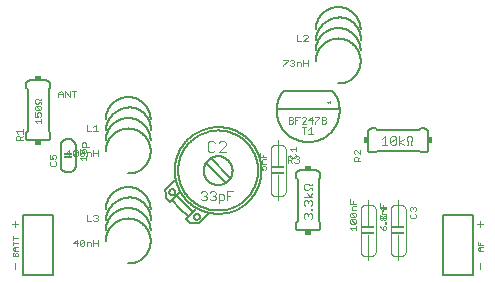
<source format=gto>
G75*
%MOIN*%
%OFA0B0*%
%FSLAX25Y25*%
%IPPOS*%
%LPD*%
%AMOC8*
5,1,8,0,0,1.08239X$1,22.5*
%
%ADD10C,0.00500*%
%ADD11C,0.00300*%
%ADD12C,0.00200*%
%ADD13C,0.00400*%
%ADD14C,0.00100*%
%ADD15R,0.04000X0.01000*%
%ADD16R,0.03000X0.00750*%
%ADD17C,0.00600*%
%ADD18R,0.02000X0.01500*%
%ADD19R,0.01500X0.02000*%
D10*
X0006260Y0006000D02*
X0016260Y0006000D01*
X0016260Y0026000D01*
X0006260Y0026000D01*
X0006260Y0006000D01*
X0041260Y0010000D02*
X0041441Y0010002D01*
X0041622Y0010009D01*
X0041803Y0010020D01*
X0041984Y0010035D01*
X0042164Y0010055D01*
X0042344Y0010079D01*
X0042523Y0010107D01*
X0042701Y0010140D01*
X0042878Y0010177D01*
X0043055Y0010218D01*
X0043230Y0010263D01*
X0043405Y0010313D01*
X0043578Y0010367D01*
X0043749Y0010425D01*
X0043920Y0010487D01*
X0044088Y0010554D01*
X0044255Y0010624D01*
X0044421Y0010698D01*
X0044584Y0010777D01*
X0044745Y0010859D01*
X0044905Y0010945D01*
X0045062Y0011035D01*
X0045217Y0011129D01*
X0045370Y0011226D01*
X0045520Y0011328D01*
X0045668Y0011432D01*
X0045814Y0011541D01*
X0045956Y0011652D01*
X0046096Y0011768D01*
X0046233Y0011886D01*
X0046368Y0012008D01*
X0046499Y0012133D01*
X0046627Y0012261D01*
X0046752Y0012392D01*
X0046874Y0012527D01*
X0046992Y0012664D01*
X0047108Y0012804D01*
X0047219Y0012946D01*
X0047328Y0013092D01*
X0047432Y0013240D01*
X0047534Y0013390D01*
X0047631Y0013543D01*
X0047725Y0013698D01*
X0047815Y0013855D01*
X0047901Y0014015D01*
X0047983Y0014176D01*
X0048062Y0014339D01*
X0048136Y0014505D01*
X0048206Y0014672D01*
X0048273Y0014840D01*
X0048335Y0015011D01*
X0048393Y0015182D01*
X0048447Y0015355D01*
X0048497Y0015530D01*
X0048542Y0015705D01*
X0048583Y0015882D01*
X0048620Y0016059D01*
X0048653Y0016237D01*
X0048681Y0016416D01*
X0048705Y0016596D01*
X0048725Y0016776D01*
X0048740Y0016957D01*
X0048751Y0017138D01*
X0048758Y0017319D01*
X0048760Y0017500D01*
X0041260Y0025000D02*
X0041079Y0024998D01*
X0040898Y0024991D01*
X0040717Y0024980D01*
X0040536Y0024965D01*
X0040356Y0024945D01*
X0040176Y0024921D01*
X0039997Y0024893D01*
X0039819Y0024860D01*
X0039642Y0024823D01*
X0039465Y0024782D01*
X0039290Y0024737D01*
X0039115Y0024687D01*
X0038942Y0024633D01*
X0038771Y0024575D01*
X0038600Y0024513D01*
X0038432Y0024446D01*
X0038265Y0024376D01*
X0038099Y0024302D01*
X0037936Y0024223D01*
X0037775Y0024141D01*
X0037615Y0024055D01*
X0037458Y0023965D01*
X0037303Y0023871D01*
X0037150Y0023774D01*
X0037000Y0023672D01*
X0036852Y0023568D01*
X0036706Y0023459D01*
X0036564Y0023348D01*
X0036424Y0023232D01*
X0036287Y0023114D01*
X0036152Y0022992D01*
X0036021Y0022867D01*
X0035893Y0022739D01*
X0035768Y0022608D01*
X0035646Y0022473D01*
X0035528Y0022336D01*
X0035412Y0022196D01*
X0035301Y0022054D01*
X0035192Y0021908D01*
X0035088Y0021760D01*
X0034986Y0021610D01*
X0034889Y0021457D01*
X0034795Y0021302D01*
X0034705Y0021145D01*
X0034619Y0020985D01*
X0034537Y0020824D01*
X0034458Y0020661D01*
X0034384Y0020495D01*
X0034314Y0020328D01*
X0034247Y0020160D01*
X0034185Y0019989D01*
X0034127Y0019818D01*
X0034073Y0019645D01*
X0034023Y0019470D01*
X0033978Y0019295D01*
X0033937Y0019118D01*
X0033900Y0018941D01*
X0033867Y0018763D01*
X0033839Y0018584D01*
X0033815Y0018404D01*
X0033795Y0018224D01*
X0033780Y0018043D01*
X0033769Y0017862D01*
X0033762Y0017681D01*
X0033760Y0017500D01*
X0041260Y0025000D02*
X0041441Y0024998D01*
X0041622Y0024991D01*
X0041803Y0024980D01*
X0041984Y0024965D01*
X0042164Y0024945D01*
X0042344Y0024921D01*
X0042523Y0024893D01*
X0042701Y0024860D01*
X0042878Y0024823D01*
X0043055Y0024782D01*
X0043230Y0024737D01*
X0043405Y0024687D01*
X0043578Y0024633D01*
X0043749Y0024575D01*
X0043920Y0024513D01*
X0044088Y0024446D01*
X0044255Y0024376D01*
X0044421Y0024302D01*
X0044584Y0024223D01*
X0044745Y0024141D01*
X0044905Y0024055D01*
X0045062Y0023965D01*
X0045217Y0023871D01*
X0045370Y0023774D01*
X0045520Y0023672D01*
X0045668Y0023568D01*
X0045814Y0023459D01*
X0045956Y0023348D01*
X0046096Y0023232D01*
X0046233Y0023114D01*
X0046368Y0022992D01*
X0046499Y0022867D01*
X0046627Y0022739D01*
X0046752Y0022608D01*
X0046874Y0022473D01*
X0046992Y0022336D01*
X0047108Y0022196D01*
X0047219Y0022054D01*
X0047328Y0021908D01*
X0047432Y0021760D01*
X0047534Y0021610D01*
X0047631Y0021457D01*
X0047725Y0021302D01*
X0047815Y0021145D01*
X0047901Y0020985D01*
X0047983Y0020824D01*
X0048062Y0020661D01*
X0048136Y0020495D01*
X0048206Y0020328D01*
X0048273Y0020160D01*
X0048335Y0019989D01*
X0048393Y0019818D01*
X0048447Y0019645D01*
X0048497Y0019470D01*
X0048542Y0019295D01*
X0048583Y0019118D01*
X0048620Y0018941D01*
X0048653Y0018763D01*
X0048681Y0018584D01*
X0048705Y0018404D01*
X0048725Y0018224D01*
X0048740Y0018043D01*
X0048751Y0017862D01*
X0048758Y0017681D01*
X0048760Y0017500D01*
X0041260Y0028500D02*
X0041079Y0028498D01*
X0040898Y0028491D01*
X0040717Y0028480D01*
X0040536Y0028465D01*
X0040356Y0028445D01*
X0040176Y0028421D01*
X0039997Y0028393D01*
X0039819Y0028360D01*
X0039642Y0028323D01*
X0039465Y0028282D01*
X0039290Y0028237D01*
X0039115Y0028187D01*
X0038942Y0028133D01*
X0038771Y0028075D01*
X0038600Y0028013D01*
X0038432Y0027946D01*
X0038265Y0027876D01*
X0038099Y0027802D01*
X0037936Y0027723D01*
X0037775Y0027641D01*
X0037615Y0027555D01*
X0037458Y0027465D01*
X0037303Y0027371D01*
X0037150Y0027274D01*
X0037000Y0027172D01*
X0036852Y0027068D01*
X0036706Y0026959D01*
X0036564Y0026848D01*
X0036424Y0026732D01*
X0036287Y0026614D01*
X0036152Y0026492D01*
X0036021Y0026367D01*
X0035893Y0026239D01*
X0035768Y0026108D01*
X0035646Y0025973D01*
X0035528Y0025836D01*
X0035412Y0025696D01*
X0035301Y0025554D01*
X0035192Y0025408D01*
X0035088Y0025260D01*
X0034986Y0025110D01*
X0034889Y0024957D01*
X0034795Y0024802D01*
X0034705Y0024645D01*
X0034619Y0024485D01*
X0034537Y0024324D01*
X0034458Y0024161D01*
X0034384Y0023995D01*
X0034314Y0023828D01*
X0034247Y0023660D01*
X0034185Y0023489D01*
X0034127Y0023318D01*
X0034073Y0023145D01*
X0034023Y0022970D01*
X0033978Y0022795D01*
X0033937Y0022618D01*
X0033900Y0022441D01*
X0033867Y0022263D01*
X0033839Y0022084D01*
X0033815Y0021904D01*
X0033795Y0021724D01*
X0033780Y0021543D01*
X0033769Y0021362D01*
X0033762Y0021181D01*
X0033760Y0021000D01*
X0041260Y0028500D02*
X0041441Y0028498D01*
X0041622Y0028491D01*
X0041803Y0028480D01*
X0041984Y0028465D01*
X0042164Y0028445D01*
X0042344Y0028421D01*
X0042523Y0028393D01*
X0042701Y0028360D01*
X0042878Y0028323D01*
X0043055Y0028282D01*
X0043230Y0028237D01*
X0043405Y0028187D01*
X0043578Y0028133D01*
X0043749Y0028075D01*
X0043920Y0028013D01*
X0044088Y0027946D01*
X0044255Y0027876D01*
X0044421Y0027802D01*
X0044584Y0027723D01*
X0044745Y0027641D01*
X0044905Y0027555D01*
X0045062Y0027465D01*
X0045217Y0027371D01*
X0045370Y0027274D01*
X0045520Y0027172D01*
X0045668Y0027068D01*
X0045814Y0026959D01*
X0045956Y0026848D01*
X0046096Y0026732D01*
X0046233Y0026614D01*
X0046368Y0026492D01*
X0046499Y0026367D01*
X0046627Y0026239D01*
X0046752Y0026108D01*
X0046874Y0025973D01*
X0046992Y0025836D01*
X0047108Y0025696D01*
X0047219Y0025554D01*
X0047328Y0025408D01*
X0047432Y0025260D01*
X0047534Y0025110D01*
X0047631Y0024957D01*
X0047725Y0024802D01*
X0047815Y0024645D01*
X0047901Y0024485D01*
X0047983Y0024324D01*
X0048062Y0024161D01*
X0048136Y0023995D01*
X0048206Y0023828D01*
X0048273Y0023660D01*
X0048335Y0023489D01*
X0048393Y0023318D01*
X0048447Y0023145D01*
X0048497Y0022970D01*
X0048542Y0022795D01*
X0048583Y0022618D01*
X0048620Y0022441D01*
X0048653Y0022263D01*
X0048681Y0022084D01*
X0048705Y0021904D01*
X0048725Y0021724D01*
X0048740Y0021543D01*
X0048751Y0021362D01*
X0048758Y0021181D01*
X0048760Y0021000D01*
X0042260Y0032000D02*
X0042064Y0032010D01*
X0041867Y0032015D01*
X0041670Y0032015D01*
X0041473Y0032011D01*
X0041277Y0032001D01*
X0041081Y0031987D01*
X0040885Y0031968D01*
X0040690Y0031944D01*
X0040495Y0031916D01*
X0040301Y0031882D01*
X0040108Y0031844D01*
X0039916Y0031801D01*
X0039725Y0031753D01*
X0039536Y0031701D01*
X0039347Y0031644D01*
X0039160Y0031583D01*
X0038975Y0031517D01*
X0038791Y0031446D01*
X0038610Y0031371D01*
X0038430Y0031291D01*
X0038252Y0031207D01*
X0038076Y0031119D01*
X0037902Y0031027D01*
X0037731Y0030930D01*
X0037562Y0030829D01*
X0037396Y0030724D01*
X0037232Y0030615D01*
X0037071Y0030502D01*
X0036913Y0030385D01*
X0036758Y0030264D01*
X0036606Y0030139D01*
X0036456Y0030011D01*
X0036311Y0029879D01*
X0036168Y0029743D01*
X0036029Y0029604D01*
X0035893Y0029462D01*
X0035761Y0029316D01*
X0035632Y0029167D01*
X0035507Y0029016D01*
X0035386Y0028861D01*
X0035268Y0028703D01*
X0035155Y0028542D01*
X0035045Y0028378D01*
X0034940Y0028212D01*
X0034839Y0028044D01*
X0034742Y0027873D01*
X0034649Y0027699D01*
X0034560Y0027524D01*
X0034476Y0027346D01*
X0034396Y0027166D01*
X0034320Y0026984D01*
X0034249Y0026801D01*
X0034183Y0026616D01*
X0034121Y0026429D01*
X0034064Y0026241D01*
X0034011Y0026051D01*
X0033963Y0025860D01*
X0033920Y0025669D01*
X0033881Y0025476D01*
X0033847Y0025282D01*
X0033818Y0025087D01*
X0033794Y0024892D01*
X0033774Y0024696D01*
X0033760Y0024500D01*
X0033760Y0028000D02*
X0033762Y0028181D01*
X0033769Y0028362D01*
X0033780Y0028543D01*
X0033795Y0028724D01*
X0033815Y0028904D01*
X0033839Y0029084D01*
X0033867Y0029263D01*
X0033900Y0029441D01*
X0033937Y0029618D01*
X0033978Y0029795D01*
X0034023Y0029970D01*
X0034073Y0030145D01*
X0034127Y0030318D01*
X0034185Y0030489D01*
X0034247Y0030660D01*
X0034314Y0030828D01*
X0034384Y0030995D01*
X0034458Y0031161D01*
X0034537Y0031324D01*
X0034619Y0031485D01*
X0034705Y0031645D01*
X0034795Y0031802D01*
X0034889Y0031957D01*
X0034986Y0032110D01*
X0035088Y0032260D01*
X0035192Y0032408D01*
X0035301Y0032554D01*
X0035412Y0032696D01*
X0035528Y0032836D01*
X0035646Y0032973D01*
X0035768Y0033108D01*
X0035893Y0033239D01*
X0036021Y0033367D01*
X0036152Y0033492D01*
X0036287Y0033614D01*
X0036424Y0033732D01*
X0036564Y0033848D01*
X0036706Y0033959D01*
X0036852Y0034068D01*
X0037000Y0034172D01*
X0037150Y0034274D01*
X0037303Y0034371D01*
X0037458Y0034465D01*
X0037615Y0034555D01*
X0037775Y0034641D01*
X0037936Y0034723D01*
X0038099Y0034802D01*
X0038265Y0034876D01*
X0038432Y0034946D01*
X0038600Y0035013D01*
X0038771Y0035075D01*
X0038942Y0035133D01*
X0039115Y0035187D01*
X0039290Y0035237D01*
X0039465Y0035282D01*
X0039642Y0035323D01*
X0039819Y0035360D01*
X0039997Y0035393D01*
X0040176Y0035421D01*
X0040356Y0035445D01*
X0040536Y0035465D01*
X0040717Y0035480D01*
X0040898Y0035491D01*
X0041079Y0035498D01*
X0041260Y0035500D01*
X0041441Y0035498D01*
X0041622Y0035491D01*
X0041803Y0035480D01*
X0041984Y0035465D01*
X0042164Y0035445D01*
X0042344Y0035421D01*
X0042523Y0035393D01*
X0042701Y0035360D01*
X0042878Y0035323D01*
X0043055Y0035282D01*
X0043230Y0035237D01*
X0043405Y0035187D01*
X0043578Y0035133D01*
X0043749Y0035075D01*
X0043920Y0035013D01*
X0044088Y0034946D01*
X0044255Y0034876D01*
X0044421Y0034802D01*
X0044584Y0034723D01*
X0044745Y0034641D01*
X0044905Y0034555D01*
X0045062Y0034465D01*
X0045217Y0034371D01*
X0045370Y0034274D01*
X0045520Y0034172D01*
X0045668Y0034068D01*
X0045814Y0033959D01*
X0045956Y0033848D01*
X0046096Y0033732D01*
X0046233Y0033614D01*
X0046368Y0033492D01*
X0046499Y0033367D01*
X0046627Y0033239D01*
X0046752Y0033108D01*
X0046874Y0032973D01*
X0046992Y0032836D01*
X0047108Y0032696D01*
X0047219Y0032554D01*
X0047328Y0032408D01*
X0047432Y0032260D01*
X0047534Y0032110D01*
X0047631Y0031957D01*
X0047725Y0031802D01*
X0047815Y0031645D01*
X0047901Y0031485D01*
X0047983Y0031324D01*
X0048062Y0031161D01*
X0048136Y0030995D01*
X0048206Y0030828D01*
X0048273Y0030660D01*
X0048335Y0030489D01*
X0048393Y0030318D01*
X0048447Y0030145D01*
X0048497Y0029970D01*
X0048542Y0029795D01*
X0048583Y0029618D01*
X0048620Y0029441D01*
X0048653Y0029263D01*
X0048681Y0029084D01*
X0048705Y0028904D01*
X0048725Y0028724D01*
X0048740Y0028543D01*
X0048751Y0028362D01*
X0048758Y0028181D01*
X0048760Y0028000D01*
X0053905Y0031707D02*
X0055188Y0030423D01*
X0058535Y0033770D01*
X0054980Y0033893D02*
X0054982Y0033956D01*
X0054988Y0034018D01*
X0054998Y0034080D01*
X0055011Y0034142D01*
X0055029Y0034202D01*
X0055050Y0034261D01*
X0055075Y0034319D01*
X0055104Y0034375D01*
X0055136Y0034429D01*
X0055171Y0034481D01*
X0055209Y0034530D01*
X0055251Y0034578D01*
X0055295Y0034622D01*
X0055343Y0034664D01*
X0055392Y0034702D01*
X0055444Y0034737D01*
X0055498Y0034769D01*
X0055554Y0034798D01*
X0055612Y0034823D01*
X0055671Y0034844D01*
X0055731Y0034862D01*
X0055793Y0034875D01*
X0055855Y0034885D01*
X0055917Y0034891D01*
X0055980Y0034893D01*
X0056043Y0034891D01*
X0056105Y0034885D01*
X0056167Y0034875D01*
X0056229Y0034862D01*
X0056289Y0034844D01*
X0056348Y0034823D01*
X0056406Y0034798D01*
X0056462Y0034769D01*
X0056516Y0034737D01*
X0056568Y0034702D01*
X0056617Y0034664D01*
X0056665Y0034622D01*
X0056709Y0034578D01*
X0056751Y0034530D01*
X0056789Y0034481D01*
X0056824Y0034429D01*
X0056856Y0034375D01*
X0056885Y0034319D01*
X0056910Y0034261D01*
X0056931Y0034202D01*
X0056949Y0034142D01*
X0056962Y0034080D01*
X0056972Y0034018D01*
X0056978Y0033956D01*
X0056980Y0033893D01*
X0056978Y0033830D01*
X0056972Y0033768D01*
X0056962Y0033706D01*
X0056949Y0033644D01*
X0056931Y0033584D01*
X0056910Y0033525D01*
X0056885Y0033467D01*
X0056856Y0033411D01*
X0056824Y0033357D01*
X0056789Y0033305D01*
X0056751Y0033256D01*
X0056709Y0033208D01*
X0056665Y0033164D01*
X0056617Y0033122D01*
X0056568Y0033084D01*
X0056516Y0033049D01*
X0056462Y0033017D01*
X0056406Y0032988D01*
X0056348Y0032963D01*
X0056289Y0032942D01*
X0056229Y0032924D01*
X0056167Y0032911D01*
X0056105Y0032901D01*
X0056043Y0032895D01*
X0055980Y0032893D01*
X0055917Y0032895D01*
X0055855Y0032901D01*
X0055793Y0032911D01*
X0055731Y0032924D01*
X0055671Y0032942D01*
X0055612Y0032963D01*
X0055554Y0032988D01*
X0055498Y0033017D01*
X0055444Y0033049D01*
X0055392Y0033084D01*
X0055343Y0033122D01*
X0055295Y0033164D01*
X0055251Y0033208D01*
X0055209Y0033256D01*
X0055171Y0033305D01*
X0055136Y0033357D01*
X0055104Y0033411D01*
X0055075Y0033467D01*
X0055050Y0033525D01*
X0055029Y0033584D01*
X0055011Y0033644D01*
X0054998Y0033706D01*
X0054988Y0033768D01*
X0054982Y0033830D01*
X0054980Y0033893D01*
X0053798Y0033178D02*
X0053691Y0034648D01*
X0056900Y0037857D01*
X0053798Y0033178D02*
X0053905Y0031707D01*
X0055771Y0031060D02*
X0058552Y0028279D01*
X0058552Y0028278D02*
X0061083Y0025747D01*
X0060697Y0024914D02*
X0061981Y0023630D01*
X0063457Y0023518D01*
X0064934Y0023405D01*
X0068302Y0026773D01*
X0063178Y0025640D02*
X0063180Y0025703D01*
X0063186Y0025765D01*
X0063196Y0025827D01*
X0063209Y0025889D01*
X0063227Y0025949D01*
X0063248Y0026008D01*
X0063273Y0026066D01*
X0063302Y0026122D01*
X0063334Y0026176D01*
X0063369Y0026228D01*
X0063407Y0026277D01*
X0063449Y0026325D01*
X0063493Y0026369D01*
X0063541Y0026411D01*
X0063590Y0026449D01*
X0063642Y0026484D01*
X0063696Y0026516D01*
X0063752Y0026545D01*
X0063810Y0026570D01*
X0063869Y0026591D01*
X0063929Y0026609D01*
X0063991Y0026622D01*
X0064053Y0026632D01*
X0064115Y0026638D01*
X0064178Y0026640D01*
X0064241Y0026638D01*
X0064303Y0026632D01*
X0064365Y0026622D01*
X0064427Y0026609D01*
X0064487Y0026591D01*
X0064546Y0026570D01*
X0064604Y0026545D01*
X0064660Y0026516D01*
X0064714Y0026484D01*
X0064766Y0026449D01*
X0064815Y0026411D01*
X0064863Y0026369D01*
X0064907Y0026325D01*
X0064949Y0026277D01*
X0064987Y0026228D01*
X0065022Y0026176D01*
X0065054Y0026122D01*
X0065083Y0026066D01*
X0065108Y0026008D01*
X0065129Y0025949D01*
X0065147Y0025889D01*
X0065160Y0025827D01*
X0065170Y0025765D01*
X0065176Y0025703D01*
X0065178Y0025640D01*
X0065176Y0025577D01*
X0065170Y0025515D01*
X0065160Y0025453D01*
X0065147Y0025391D01*
X0065129Y0025331D01*
X0065108Y0025272D01*
X0065083Y0025214D01*
X0065054Y0025158D01*
X0065022Y0025104D01*
X0064987Y0025052D01*
X0064949Y0025003D01*
X0064907Y0024955D01*
X0064863Y0024911D01*
X0064815Y0024869D01*
X0064766Y0024831D01*
X0064714Y0024796D01*
X0064660Y0024764D01*
X0064604Y0024735D01*
X0064546Y0024710D01*
X0064487Y0024689D01*
X0064427Y0024671D01*
X0064365Y0024658D01*
X0064303Y0024648D01*
X0064241Y0024642D01*
X0064178Y0024640D01*
X0064115Y0024642D01*
X0064053Y0024648D01*
X0063991Y0024658D01*
X0063929Y0024671D01*
X0063869Y0024689D01*
X0063810Y0024710D01*
X0063752Y0024735D01*
X0063696Y0024764D01*
X0063642Y0024796D01*
X0063590Y0024831D01*
X0063541Y0024869D01*
X0063493Y0024911D01*
X0063449Y0024955D01*
X0063407Y0025003D01*
X0063369Y0025052D01*
X0063334Y0025104D01*
X0063302Y0025158D01*
X0063273Y0025214D01*
X0063248Y0025272D01*
X0063227Y0025331D01*
X0063209Y0025391D01*
X0063196Y0025453D01*
X0063186Y0025515D01*
X0063180Y0025577D01*
X0063178Y0025640D01*
X0062799Y0027150D02*
X0057392Y0032557D01*
X0064044Y0028261D02*
X0060697Y0024914D01*
X0048760Y0024500D02*
X0048770Y0024669D01*
X0048776Y0024839D01*
X0048778Y0025008D01*
X0048776Y0025178D01*
X0048769Y0025347D01*
X0048759Y0025517D01*
X0048744Y0025686D01*
X0048726Y0025854D01*
X0048703Y0026022D01*
X0048676Y0026190D01*
X0048646Y0026357D01*
X0048611Y0026523D01*
X0048572Y0026688D01*
X0048529Y0026852D01*
X0048483Y0027015D01*
X0048432Y0027177D01*
X0048377Y0027337D01*
X0048319Y0027496D01*
X0048257Y0027654D01*
X0048191Y0027810D01*
X0048121Y0027965D01*
X0048047Y0028118D01*
X0047970Y0028269D01*
X0047889Y0028418D01*
X0047805Y0028565D01*
X0047717Y0028710D01*
X0047626Y0028853D01*
X0047531Y0028994D01*
X0047433Y0029132D01*
X0047331Y0029268D01*
X0047227Y0029401D01*
X0047119Y0029532D01*
X0047008Y0029660D01*
X0046893Y0029785D01*
X0046776Y0029908D01*
X0046656Y0030028D01*
X0046533Y0030145D01*
X0046408Y0030259D01*
X0046279Y0030369D01*
X0046148Y0030477D01*
X0046014Y0030581D01*
X0045878Y0030683D01*
X0045740Y0030780D01*
X0045599Y0030875D01*
X0045456Y0030966D01*
X0045311Y0031054D01*
X0045163Y0031138D01*
X0045014Y0031218D01*
X0044863Y0031295D01*
X0044710Y0031368D01*
X0044555Y0031437D01*
X0044399Y0031503D01*
X0044241Y0031565D01*
X0044081Y0031623D01*
X0043921Y0031677D01*
X0043759Y0031727D01*
X0043596Y0031774D01*
X0043431Y0031816D01*
X0043266Y0031854D01*
X0043100Y0031889D01*
X0042933Y0031919D01*
X0042766Y0031946D01*
X0042598Y0031968D01*
X0042429Y0031986D01*
X0042260Y0032000D01*
X0023760Y0042500D02*
X0023760Y0049500D01*
X0023748Y0049593D01*
X0023732Y0049685D01*
X0023712Y0049776D01*
X0023688Y0049867D01*
X0023661Y0049956D01*
X0023630Y0050045D01*
X0023595Y0050132D01*
X0023557Y0050217D01*
X0023515Y0050301D01*
X0023470Y0050383D01*
X0023422Y0050463D01*
X0023370Y0050541D01*
X0023315Y0050617D01*
X0023257Y0050690D01*
X0023196Y0050761D01*
X0023132Y0050829D01*
X0023065Y0050895D01*
X0022996Y0050958D01*
X0022924Y0051018D01*
X0022850Y0051075D01*
X0022773Y0051129D01*
X0022695Y0051179D01*
X0022614Y0051227D01*
X0022531Y0051270D01*
X0022447Y0051311D01*
X0022361Y0051348D01*
X0022274Y0051381D01*
X0022185Y0051411D01*
X0022095Y0051437D01*
X0022004Y0051459D01*
X0021912Y0051478D01*
X0021820Y0051493D01*
X0021727Y0051504D01*
X0021634Y0051511D01*
X0021540Y0051514D01*
X0021447Y0051513D01*
X0021353Y0051509D01*
X0021260Y0051500D01*
X0021167Y0051509D01*
X0021073Y0051513D01*
X0020980Y0051514D01*
X0020886Y0051511D01*
X0020793Y0051504D01*
X0020700Y0051493D01*
X0020608Y0051478D01*
X0020516Y0051459D01*
X0020425Y0051437D01*
X0020335Y0051411D01*
X0020246Y0051381D01*
X0020159Y0051348D01*
X0020073Y0051311D01*
X0019989Y0051270D01*
X0019906Y0051227D01*
X0019825Y0051179D01*
X0019747Y0051129D01*
X0019670Y0051075D01*
X0019596Y0051018D01*
X0019524Y0050958D01*
X0019455Y0050895D01*
X0019388Y0050829D01*
X0019324Y0050761D01*
X0019263Y0050690D01*
X0019205Y0050617D01*
X0019150Y0050541D01*
X0019098Y0050463D01*
X0019050Y0050383D01*
X0019005Y0050301D01*
X0018963Y0050217D01*
X0018925Y0050132D01*
X0018890Y0050045D01*
X0018859Y0049956D01*
X0018832Y0049867D01*
X0018808Y0049776D01*
X0018788Y0049685D01*
X0018772Y0049593D01*
X0018760Y0049500D01*
X0018760Y0042500D01*
X0018772Y0042407D01*
X0018788Y0042315D01*
X0018808Y0042224D01*
X0018832Y0042133D01*
X0018859Y0042044D01*
X0018890Y0041955D01*
X0018925Y0041868D01*
X0018963Y0041783D01*
X0019005Y0041699D01*
X0019050Y0041617D01*
X0019098Y0041537D01*
X0019150Y0041459D01*
X0019205Y0041383D01*
X0019263Y0041310D01*
X0019324Y0041239D01*
X0019388Y0041171D01*
X0019455Y0041105D01*
X0019524Y0041042D01*
X0019596Y0040982D01*
X0019670Y0040925D01*
X0019747Y0040871D01*
X0019825Y0040821D01*
X0019906Y0040773D01*
X0019989Y0040730D01*
X0020073Y0040689D01*
X0020159Y0040652D01*
X0020246Y0040619D01*
X0020335Y0040589D01*
X0020425Y0040563D01*
X0020516Y0040541D01*
X0020608Y0040522D01*
X0020700Y0040507D01*
X0020793Y0040496D01*
X0020886Y0040489D01*
X0020980Y0040486D01*
X0021073Y0040487D01*
X0021167Y0040491D01*
X0021260Y0040500D01*
X0021353Y0040491D01*
X0021447Y0040487D01*
X0021540Y0040486D01*
X0021634Y0040489D01*
X0021727Y0040496D01*
X0021820Y0040507D01*
X0021912Y0040522D01*
X0022004Y0040541D01*
X0022095Y0040563D01*
X0022185Y0040589D01*
X0022274Y0040619D01*
X0022361Y0040652D01*
X0022447Y0040689D01*
X0022531Y0040730D01*
X0022614Y0040773D01*
X0022695Y0040821D01*
X0022773Y0040871D01*
X0022850Y0040925D01*
X0022924Y0040982D01*
X0022996Y0041042D01*
X0023065Y0041105D01*
X0023132Y0041171D01*
X0023196Y0041239D01*
X0023257Y0041310D01*
X0023315Y0041383D01*
X0023370Y0041459D01*
X0023422Y0041537D01*
X0023470Y0041617D01*
X0023515Y0041699D01*
X0023557Y0041783D01*
X0023595Y0041868D01*
X0023630Y0041955D01*
X0023661Y0042044D01*
X0023688Y0042133D01*
X0023712Y0042224D01*
X0023732Y0042315D01*
X0023748Y0042407D01*
X0023760Y0042500D01*
X0041260Y0040000D02*
X0041441Y0040002D01*
X0041622Y0040009D01*
X0041803Y0040020D01*
X0041984Y0040035D01*
X0042164Y0040055D01*
X0042344Y0040079D01*
X0042523Y0040107D01*
X0042701Y0040140D01*
X0042878Y0040177D01*
X0043055Y0040218D01*
X0043230Y0040263D01*
X0043405Y0040313D01*
X0043578Y0040367D01*
X0043749Y0040425D01*
X0043920Y0040487D01*
X0044088Y0040554D01*
X0044255Y0040624D01*
X0044421Y0040698D01*
X0044584Y0040777D01*
X0044745Y0040859D01*
X0044905Y0040945D01*
X0045062Y0041035D01*
X0045217Y0041129D01*
X0045370Y0041226D01*
X0045520Y0041328D01*
X0045668Y0041432D01*
X0045814Y0041541D01*
X0045956Y0041652D01*
X0046096Y0041768D01*
X0046233Y0041886D01*
X0046368Y0042008D01*
X0046499Y0042133D01*
X0046627Y0042261D01*
X0046752Y0042392D01*
X0046874Y0042527D01*
X0046992Y0042664D01*
X0047108Y0042804D01*
X0047219Y0042946D01*
X0047328Y0043092D01*
X0047432Y0043240D01*
X0047534Y0043390D01*
X0047631Y0043543D01*
X0047725Y0043698D01*
X0047815Y0043855D01*
X0047901Y0044015D01*
X0047983Y0044176D01*
X0048062Y0044339D01*
X0048136Y0044505D01*
X0048206Y0044672D01*
X0048273Y0044840D01*
X0048335Y0045011D01*
X0048393Y0045182D01*
X0048447Y0045355D01*
X0048497Y0045530D01*
X0048542Y0045705D01*
X0048583Y0045882D01*
X0048620Y0046059D01*
X0048653Y0046237D01*
X0048681Y0046416D01*
X0048705Y0046596D01*
X0048725Y0046776D01*
X0048740Y0046957D01*
X0048751Y0047138D01*
X0048758Y0047319D01*
X0048760Y0047500D01*
X0041260Y0055000D02*
X0041079Y0054998D01*
X0040898Y0054991D01*
X0040717Y0054980D01*
X0040536Y0054965D01*
X0040356Y0054945D01*
X0040176Y0054921D01*
X0039997Y0054893D01*
X0039819Y0054860D01*
X0039642Y0054823D01*
X0039465Y0054782D01*
X0039290Y0054737D01*
X0039115Y0054687D01*
X0038942Y0054633D01*
X0038771Y0054575D01*
X0038600Y0054513D01*
X0038432Y0054446D01*
X0038265Y0054376D01*
X0038099Y0054302D01*
X0037936Y0054223D01*
X0037775Y0054141D01*
X0037615Y0054055D01*
X0037458Y0053965D01*
X0037303Y0053871D01*
X0037150Y0053774D01*
X0037000Y0053672D01*
X0036852Y0053568D01*
X0036706Y0053459D01*
X0036564Y0053348D01*
X0036424Y0053232D01*
X0036287Y0053114D01*
X0036152Y0052992D01*
X0036021Y0052867D01*
X0035893Y0052739D01*
X0035768Y0052608D01*
X0035646Y0052473D01*
X0035528Y0052336D01*
X0035412Y0052196D01*
X0035301Y0052054D01*
X0035192Y0051908D01*
X0035088Y0051760D01*
X0034986Y0051610D01*
X0034889Y0051457D01*
X0034795Y0051302D01*
X0034705Y0051145D01*
X0034619Y0050985D01*
X0034537Y0050824D01*
X0034458Y0050661D01*
X0034384Y0050495D01*
X0034314Y0050328D01*
X0034247Y0050160D01*
X0034185Y0049989D01*
X0034127Y0049818D01*
X0034073Y0049645D01*
X0034023Y0049470D01*
X0033978Y0049295D01*
X0033937Y0049118D01*
X0033900Y0048941D01*
X0033867Y0048763D01*
X0033839Y0048584D01*
X0033815Y0048404D01*
X0033795Y0048224D01*
X0033780Y0048043D01*
X0033769Y0047862D01*
X0033762Y0047681D01*
X0033760Y0047500D01*
X0041260Y0055000D02*
X0041441Y0054998D01*
X0041622Y0054991D01*
X0041803Y0054980D01*
X0041984Y0054965D01*
X0042164Y0054945D01*
X0042344Y0054921D01*
X0042523Y0054893D01*
X0042701Y0054860D01*
X0042878Y0054823D01*
X0043055Y0054782D01*
X0043230Y0054737D01*
X0043405Y0054687D01*
X0043578Y0054633D01*
X0043749Y0054575D01*
X0043920Y0054513D01*
X0044088Y0054446D01*
X0044255Y0054376D01*
X0044421Y0054302D01*
X0044584Y0054223D01*
X0044745Y0054141D01*
X0044905Y0054055D01*
X0045062Y0053965D01*
X0045217Y0053871D01*
X0045370Y0053774D01*
X0045520Y0053672D01*
X0045668Y0053568D01*
X0045814Y0053459D01*
X0045956Y0053348D01*
X0046096Y0053232D01*
X0046233Y0053114D01*
X0046368Y0052992D01*
X0046499Y0052867D01*
X0046627Y0052739D01*
X0046752Y0052608D01*
X0046874Y0052473D01*
X0046992Y0052336D01*
X0047108Y0052196D01*
X0047219Y0052054D01*
X0047328Y0051908D01*
X0047432Y0051760D01*
X0047534Y0051610D01*
X0047631Y0051457D01*
X0047725Y0051302D01*
X0047815Y0051145D01*
X0047901Y0050985D01*
X0047983Y0050824D01*
X0048062Y0050661D01*
X0048136Y0050495D01*
X0048206Y0050328D01*
X0048273Y0050160D01*
X0048335Y0049989D01*
X0048393Y0049818D01*
X0048447Y0049645D01*
X0048497Y0049470D01*
X0048542Y0049295D01*
X0048583Y0049118D01*
X0048620Y0048941D01*
X0048653Y0048763D01*
X0048681Y0048584D01*
X0048705Y0048404D01*
X0048725Y0048224D01*
X0048740Y0048043D01*
X0048751Y0047862D01*
X0048758Y0047681D01*
X0048760Y0047500D01*
X0041260Y0058500D02*
X0041079Y0058498D01*
X0040898Y0058491D01*
X0040717Y0058480D01*
X0040536Y0058465D01*
X0040356Y0058445D01*
X0040176Y0058421D01*
X0039997Y0058393D01*
X0039819Y0058360D01*
X0039642Y0058323D01*
X0039465Y0058282D01*
X0039290Y0058237D01*
X0039115Y0058187D01*
X0038942Y0058133D01*
X0038771Y0058075D01*
X0038600Y0058013D01*
X0038432Y0057946D01*
X0038265Y0057876D01*
X0038099Y0057802D01*
X0037936Y0057723D01*
X0037775Y0057641D01*
X0037615Y0057555D01*
X0037458Y0057465D01*
X0037303Y0057371D01*
X0037150Y0057274D01*
X0037000Y0057172D01*
X0036852Y0057068D01*
X0036706Y0056959D01*
X0036564Y0056848D01*
X0036424Y0056732D01*
X0036287Y0056614D01*
X0036152Y0056492D01*
X0036021Y0056367D01*
X0035893Y0056239D01*
X0035768Y0056108D01*
X0035646Y0055973D01*
X0035528Y0055836D01*
X0035412Y0055696D01*
X0035301Y0055554D01*
X0035192Y0055408D01*
X0035088Y0055260D01*
X0034986Y0055110D01*
X0034889Y0054957D01*
X0034795Y0054802D01*
X0034705Y0054645D01*
X0034619Y0054485D01*
X0034537Y0054324D01*
X0034458Y0054161D01*
X0034384Y0053995D01*
X0034314Y0053828D01*
X0034247Y0053660D01*
X0034185Y0053489D01*
X0034127Y0053318D01*
X0034073Y0053145D01*
X0034023Y0052970D01*
X0033978Y0052795D01*
X0033937Y0052618D01*
X0033900Y0052441D01*
X0033867Y0052263D01*
X0033839Y0052084D01*
X0033815Y0051904D01*
X0033795Y0051724D01*
X0033780Y0051543D01*
X0033769Y0051362D01*
X0033762Y0051181D01*
X0033760Y0051000D01*
X0041260Y0058500D02*
X0041441Y0058498D01*
X0041622Y0058491D01*
X0041803Y0058480D01*
X0041984Y0058465D01*
X0042164Y0058445D01*
X0042344Y0058421D01*
X0042523Y0058393D01*
X0042701Y0058360D01*
X0042878Y0058323D01*
X0043055Y0058282D01*
X0043230Y0058237D01*
X0043405Y0058187D01*
X0043578Y0058133D01*
X0043749Y0058075D01*
X0043920Y0058013D01*
X0044088Y0057946D01*
X0044255Y0057876D01*
X0044421Y0057802D01*
X0044584Y0057723D01*
X0044745Y0057641D01*
X0044905Y0057555D01*
X0045062Y0057465D01*
X0045217Y0057371D01*
X0045370Y0057274D01*
X0045520Y0057172D01*
X0045668Y0057068D01*
X0045814Y0056959D01*
X0045956Y0056848D01*
X0046096Y0056732D01*
X0046233Y0056614D01*
X0046368Y0056492D01*
X0046499Y0056367D01*
X0046627Y0056239D01*
X0046752Y0056108D01*
X0046874Y0055973D01*
X0046992Y0055836D01*
X0047108Y0055696D01*
X0047219Y0055554D01*
X0047328Y0055408D01*
X0047432Y0055260D01*
X0047534Y0055110D01*
X0047631Y0054957D01*
X0047725Y0054802D01*
X0047815Y0054645D01*
X0047901Y0054485D01*
X0047983Y0054324D01*
X0048062Y0054161D01*
X0048136Y0053995D01*
X0048206Y0053828D01*
X0048273Y0053660D01*
X0048335Y0053489D01*
X0048393Y0053318D01*
X0048447Y0053145D01*
X0048497Y0052970D01*
X0048542Y0052795D01*
X0048583Y0052618D01*
X0048620Y0052441D01*
X0048653Y0052263D01*
X0048681Y0052084D01*
X0048705Y0051904D01*
X0048725Y0051724D01*
X0048740Y0051543D01*
X0048751Y0051362D01*
X0048758Y0051181D01*
X0048760Y0051000D01*
X0042260Y0062000D02*
X0042064Y0062010D01*
X0041867Y0062015D01*
X0041670Y0062015D01*
X0041473Y0062011D01*
X0041277Y0062001D01*
X0041081Y0061987D01*
X0040885Y0061968D01*
X0040690Y0061944D01*
X0040495Y0061916D01*
X0040301Y0061882D01*
X0040108Y0061844D01*
X0039916Y0061801D01*
X0039725Y0061753D01*
X0039536Y0061701D01*
X0039347Y0061644D01*
X0039160Y0061583D01*
X0038975Y0061517D01*
X0038791Y0061446D01*
X0038610Y0061371D01*
X0038430Y0061291D01*
X0038252Y0061207D01*
X0038076Y0061119D01*
X0037902Y0061027D01*
X0037731Y0060930D01*
X0037562Y0060829D01*
X0037396Y0060724D01*
X0037232Y0060615D01*
X0037071Y0060502D01*
X0036913Y0060385D01*
X0036758Y0060264D01*
X0036606Y0060139D01*
X0036456Y0060011D01*
X0036311Y0059879D01*
X0036168Y0059743D01*
X0036029Y0059604D01*
X0035893Y0059462D01*
X0035761Y0059316D01*
X0035632Y0059167D01*
X0035507Y0059016D01*
X0035386Y0058861D01*
X0035268Y0058703D01*
X0035155Y0058542D01*
X0035045Y0058378D01*
X0034940Y0058212D01*
X0034839Y0058044D01*
X0034742Y0057873D01*
X0034649Y0057699D01*
X0034560Y0057524D01*
X0034476Y0057346D01*
X0034396Y0057166D01*
X0034320Y0056984D01*
X0034249Y0056801D01*
X0034183Y0056616D01*
X0034121Y0056429D01*
X0034064Y0056241D01*
X0034011Y0056051D01*
X0033963Y0055860D01*
X0033920Y0055669D01*
X0033881Y0055476D01*
X0033847Y0055282D01*
X0033818Y0055087D01*
X0033794Y0054892D01*
X0033774Y0054696D01*
X0033760Y0054500D01*
X0033760Y0058000D02*
X0033762Y0058181D01*
X0033769Y0058362D01*
X0033780Y0058543D01*
X0033795Y0058724D01*
X0033815Y0058904D01*
X0033839Y0059084D01*
X0033867Y0059263D01*
X0033900Y0059441D01*
X0033937Y0059618D01*
X0033978Y0059795D01*
X0034023Y0059970D01*
X0034073Y0060145D01*
X0034127Y0060318D01*
X0034185Y0060489D01*
X0034247Y0060660D01*
X0034314Y0060828D01*
X0034384Y0060995D01*
X0034458Y0061161D01*
X0034537Y0061324D01*
X0034619Y0061485D01*
X0034705Y0061645D01*
X0034795Y0061802D01*
X0034889Y0061957D01*
X0034986Y0062110D01*
X0035088Y0062260D01*
X0035192Y0062408D01*
X0035301Y0062554D01*
X0035412Y0062696D01*
X0035528Y0062836D01*
X0035646Y0062973D01*
X0035768Y0063108D01*
X0035893Y0063239D01*
X0036021Y0063367D01*
X0036152Y0063492D01*
X0036287Y0063614D01*
X0036424Y0063732D01*
X0036564Y0063848D01*
X0036706Y0063959D01*
X0036852Y0064068D01*
X0037000Y0064172D01*
X0037150Y0064274D01*
X0037303Y0064371D01*
X0037458Y0064465D01*
X0037615Y0064555D01*
X0037775Y0064641D01*
X0037936Y0064723D01*
X0038099Y0064802D01*
X0038265Y0064876D01*
X0038432Y0064946D01*
X0038600Y0065013D01*
X0038771Y0065075D01*
X0038942Y0065133D01*
X0039115Y0065187D01*
X0039290Y0065237D01*
X0039465Y0065282D01*
X0039642Y0065323D01*
X0039819Y0065360D01*
X0039997Y0065393D01*
X0040176Y0065421D01*
X0040356Y0065445D01*
X0040536Y0065465D01*
X0040717Y0065480D01*
X0040898Y0065491D01*
X0041079Y0065498D01*
X0041260Y0065500D01*
X0041441Y0065498D01*
X0041622Y0065491D01*
X0041803Y0065480D01*
X0041984Y0065465D01*
X0042164Y0065445D01*
X0042344Y0065421D01*
X0042523Y0065393D01*
X0042701Y0065360D01*
X0042878Y0065323D01*
X0043055Y0065282D01*
X0043230Y0065237D01*
X0043405Y0065187D01*
X0043578Y0065133D01*
X0043749Y0065075D01*
X0043920Y0065013D01*
X0044088Y0064946D01*
X0044255Y0064876D01*
X0044421Y0064802D01*
X0044584Y0064723D01*
X0044745Y0064641D01*
X0044905Y0064555D01*
X0045062Y0064465D01*
X0045217Y0064371D01*
X0045370Y0064274D01*
X0045520Y0064172D01*
X0045668Y0064068D01*
X0045814Y0063959D01*
X0045956Y0063848D01*
X0046096Y0063732D01*
X0046233Y0063614D01*
X0046368Y0063492D01*
X0046499Y0063367D01*
X0046627Y0063239D01*
X0046752Y0063108D01*
X0046874Y0062973D01*
X0046992Y0062836D01*
X0047108Y0062696D01*
X0047219Y0062554D01*
X0047328Y0062408D01*
X0047432Y0062260D01*
X0047534Y0062110D01*
X0047631Y0061957D01*
X0047725Y0061802D01*
X0047815Y0061645D01*
X0047901Y0061485D01*
X0047983Y0061324D01*
X0048062Y0061161D01*
X0048136Y0060995D01*
X0048206Y0060828D01*
X0048273Y0060660D01*
X0048335Y0060489D01*
X0048393Y0060318D01*
X0048447Y0060145D01*
X0048497Y0059970D01*
X0048542Y0059795D01*
X0048583Y0059618D01*
X0048620Y0059441D01*
X0048653Y0059263D01*
X0048681Y0059084D01*
X0048705Y0058904D01*
X0048725Y0058724D01*
X0048740Y0058543D01*
X0048751Y0058362D01*
X0048758Y0058181D01*
X0048760Y0058000D01*
X0048760Y0054500D02*
X0048770Y0054669D01*
X0048776Y0054839D01*
X0048778Y0055008D01*
X0048776Y0055178D01*
X0048769Y0055347D01*
X0048759Y0055517D01*
X0048744Y0055686D01*
X0048726Y0055854D01*
X0048703Y0056022D01*
X0048676Y0056190D01*
X0048646Y0056357D01*
X0048611Y0056523D01*
X0048572Y0056688D01*
X0048529Y0056852D01*
X0048483Y0057015D01*
X0048432Y0057177D01*
X0048377Y0057337D01*
X0048319Y0057496D01*
X0048257Y0057654D01*
X0048191Y0057810D01*
X0048121Y0057965D01*
X0048047Y0058118D01*
X0047970Y0058269D01*
X0047889Y0058418D01*
X0047805Y0058565D01*
X0047717Y0058710D01*
X0047626Y0058853D01*
X0047531Y0058994D01*
X0047433Y0059132D01*
X0047331Y0059268D01*
X0047227Y0059401D01*
X0047119Y0059532D01*
X0047008Y0059660D01*
X0046893Y0059785D01*
X0046776Y0059908D01*
X0046656Y0060028D01*
X0046533Y0060145D01*
X0046408Y0060259D01*
X0046279Y0060369D01*
X0046148Y0060477D01*
X0046014Y0060581D01*
X0045878Y0060683D01*
X0045740Y0060780D01*
X0045599Y0060875D01*
X0045456Y0060966D01*
X0045311Y0061054D01*
X0045163Y0061138D01*
X0045014Y0061218D01*
X0044863Y0061295D01*
X0044710Y0061368D01*
X0044555Y0061437D01*
X0044399Y0061503D01*
X0044241Y0061565D01*
X0044081Y0061623D01*
X0043921Y0061677D01*
X0043759Y0061727D01*
X0043596Y0061774D01*
X0043431Y0061816D01*
X0043266Y0061854D01*
X0043100Y0061889D01*
X0042933Y0061919D01*
X0042766Y0061946D01*
X0042598Y0061968D01*
X0042429Y0061986D01*
X0042260Y0062000D01*
X0068853Y0045104D02*
X0075361Y0038595D01*
X0073757Y0036991D02*
X0067248Y0043499D01*
X0057925Y0041000D02*
X0057929Y0041327D01*
X0057941Y0041654D01*
X0057961Y0041981D01*
X0057989Y0042307D01*
X0058025Y0042632D01*
X0058069Y0042957D01*
X0058121Y0043280D01*
X0058181Y0043602D01*
X0058249Y0043922D01*
X0058325Y0044240D01*
X0058408Y0044557D01*
X0058499Y0044871D01*
X0058598Y0045183D01*
X0058705Y0045492D01*
X0058819Y0045799D01*
X0058940Y0046103D01*
X0059069Y0046404D01*
X0059205Y0046701D01*
X0059349Y0046996D01*
X0059500Y0047286D01*
X0059657Y0047573D01*
X0059822Y0047856D01*
X0059994Y0048134D01*
X0060172Y0048409D01*
X0060358Y0048678D01*
X0060549Y0048944D01*
X0060747Y0049204D01*
X0060952Y0049460D01*
X0061163Y0049710D01*
X0061379Y0049955D01*
X0061602Y0050195D01*
X0061831Y0050429D01*
X0062065Y0050658D01*
X0062305Y0050881D01*
X0062550Y0051097D01*
X0062800Y0051308D01*
X0063056Y0051513D01*
X0063316Y0051711D01*
X0063582Y0051902D01*
X0063851Y0052088D01*
X0064126Y0052266D01*
X0064404Y0052438D01*
X0064687Y0052603D01*
X0064974Y0052760D01*
X0065264Y0052911D01*
X0065559Y0053055D01*
X0065856Y0053191D01*
X0066157Y0053320D01*
X0066461Y0053441D01*
X0066768Y0053555D01*
X0067077Y0053662D01*
X0067389Y0053761D01*
X0067703Y0053852D01*
X0068020Y0053935D01*
X0068338Y0054011D01*
X0068658Y0054079D01*
X0068980Y0054139D01*
X0069303Y0054191D01*
X0069628Y0054235D01*
X0069953Y0054271D01*
X0070279Y0054299D01*
X0070606Y0054319D01*
X0070933Y0054331D01*
X0071260Y0054335D01*
X0071587Y0054331D01*
X0071914Y0054319D01*
X0072241Y0054299D01*
X0072567Y0054271D01*
X0072892Y0054235D01*
X0073217Y0054191D01*
X0073540Y0054139D01*
X0073862Y0054079D01*
X0074182Y0054011D01*
X0074500Y0053935D01*
X0074817Y0053852D01*
X0075131Y0053761D01*
X0075443Y0053662D01*
X0075752Y0053555D01*
X0076059Y0053441D01*
X0076363Y0053320D01*
X0076664Y0053191D01*
X0076961Y0053055D01*
X0077256Y0052911D01*
X0077546Y0052760D01*
X0077833Y0052603D01*
X0078116Y0052438D01*
X0078394Y0052266D01*
X0078669Y0052088D01*
X0078938Y0051902D01*
X0079204Y0051711D01*
X0079464Y0051513D01*
X0079720Y0051308D01*
X0079970Y0051097D01*
X0080215Y0050881D01*
X0080455Y0050658D01*
X0080689Y0050429D01*
X0080918Y0050195D01*
X0081141Y0049955D01*
X0081357Y0049710D01*
X0081568Y0049460D01*
X0081773Y0049204D01*
X0081971Y0048944D01*
X0082162Y0048678D01*
X0082348Y0048409D01*
X0082526Y0048134D01*
X0082698Y0047856D01*
X0082863Y0047573D01*
X0083020Y0047286D01*
X0083171Y0046996D01*
X0083315Y0046701D01*
X0083451Y0046404D01*
X0083580Y0046103D01*
X0083701Y0045799D01*
X0083815Y0045492D01*
X0083922Y0045183D01*
X0084021Y0044871D01*
X0084112Y0044557D01*
X0084195Y0044240D01*
X0084271Y0043922D01*
X0084339Y0043602D01*
X0084399Y0043280D01*
X0084451Y0042957D01*
X0084495Y0042632D01*
X0084531Y0042307D01*
X0084559Y0041981D01*
X0084579Y0041654D01*
X0084591Y0041327D01*
X0084595Y0041000D01*
X0084591Y0040673D01*
X0084579Y0040346D01*
X0084559Y0040019D01*
X0084531Y0039693D01*
X0084495Y0039368D01*
X0084451Y0039043D01*
X0084399Y0038720D01*
X0084339Y0038398D01*
X0084271Y0038078D01*
X0084195Y0037760D01*
X0084112Y0037443D01*
X0084021Y0037129D01*
X0083922Y0036817D01*
X0083815Y0036508D01*
X0083701Y0036201D01*
X0083580Y0035897D01*
X0083451Y0035596D01*
X0083315Y0035299D01*
X0083171Y0035004D01*
X0083020Y0034714D01*
X0082863Y0034427D01*
X0082698Y0034144D01*
X0082526Y0033866D01*
X0082348Y0033591D01*
X0082162Y0033322D01*
X0081971Y0033056D01*
X0081773Y0032796D01*
X0081568Y0032540D01*
X0081357Y0032290D01*
X0081141Y0032045D01*
X0080918Y0031805D01*
X0080689Y0031571D01*
X0080455Y0031342D01*
X0080215Y0031119D01*
X0079970Y0030903D01*
X0079720Y0030692D01*
X0079464Y0030487D01*
X0079204Y0030289D01*
X0078938Y0030098D01*
X0078669Y0029912D01*
X0078394Y0029734D01*
X0078116Y0029562D01*
X0077833Y0029397D01*
X0077546Y0029240D01*
X0077256Y0029089D01*
X0076961Y0028945D01*
X0076664Y0028809D01*
X0076363Y0028680D01*
X0076059Y0028559D01*
X0075752Y0028445D01*
X0075443Y0028338D01*
X0075131Y0028239D01*
X0074817Y0028148D01*
X0074500Y0028065D01*
X0074182Y0027989D01*
X0073862Y0027921D01*
X0073540Y0027861D01*
X0073217Y0027809D01*
X0072892Y0027765D01*
X0072567Y0027729D01*
X0072241Y0027701D01*
X0071914Y0027681D01*
X0071587Y0027669D01*
X0071260Y0027665D01*
X0070933Y0027669D01*
X0070606Y0027681D01*
X0070279Y0027701D01*
X0069953Y0027729D01*
X0069628Y0027765D01*
X0069303Y0027809D01*
X0068980Y0027861D01*
X0068658Y0027921D01*
X0068338Y0027989D01*
X0068020Y0028065D01*
X0067703Y0028148D01*
X0067389Y0028239D01*
X0067077Y0028338D01*
X0066768Y0028445D01*
X0066461Y0028559D01*
X0066157Y0028680D01*
X0065856Y0028809D01*
X0065559Y0028945D01*
X0065264Y0029089D01*
X0064974Y0029240D01*
X0064687Y0029397D01*
X0064404Y0029562D01*
X0064126Y0029734D01*
X0063851Y0029912D01*
X0063582Y0030098D01*
X0063316Y0030289D01*
X0063056Y0030487D01*
X0062800Y0030692D01*
X0062550Y0030903D01*
X0062305Y0031119D01*
X0062065Y0031342D01*
X0061831Y0031571D01*
X0061602Y0031805D01*
X0061379Y0032045D01*
X0061163Y0032290D01*
X0060952Y0032540D01*
X0060747Y0032796D01*
X0060549Y0033056D01*
X0060358Y0033322D01*
X0060172Y0033591D01*
X0059994Y0033866D01*
X0059822Y0034144D01*
X0059657Y0034427D01*
X0059500Y0034714D01*
X0059349Y0035004D01*
X0059205Y0035299D01*
X0059069Y0035596D01*
X0058940Y0035897D01*
X0058819Y0036201D01*
X0058705Y0036508D01*
X0058598Y0036817D01*
X0058499Y0037129D01*
X0058408Y0037443D01*
X0058325Y0037760D01*
X0058249Y0038078D01*
X0058181Y0038398D01*
X0058121Y0038720D01*
X0058069Y0039043D01*
X0058025Y0039368D01*
X0057989Y0039693D01*
X0057961Y0040019D01*
X0057941Y0040346D01*
X0057929Y0040673D01*
X0057925Y0041000D01*
X0056816Y0041000D02*
X0056820Y0041354D01*
X0056833Y0041709D01*
X0056855Y0042063D01*
X0056886Y0042416D01*
X0056925Y0042768D01*
X0056972Y0043119D01*
X0057029Y0043469D01*
X0057094Y0043818D01*
X0057167Y0044165D01*
X0057249Y0044510D01*
X0057339Y0044852D01*
X0057438Y0045193D01*
X0057545Y0045531D01*
X0057660Y0045866D01*
X0057784Y0046198D01*
X0057915Y0046527D01*
X0058055Y0046853D01*
X0058203Y0047176D01*
X0058358Y0047494D01*
X0058522Y0047809D01*
X0058692Y0048119D01*
X0058871Y0048426D01*
X0059057Y0048728D01*
X0059250Y0049025D01*
X0059451Y0049317D01*
X0059658Y0049604D01*
X0059873Y0049886D01*
X0060095Y0050163D01*
X0060323Y0050434D01*
X0060558Y0050700D01*
X0060799Y0050960D01*
X0061047Y0051213D01*
X0061300Y0051461D01*
X0061560Y0051702D01*
X0061826Y0051937D01*
X0062097Y0052165D01*
X0062374Y0052387D01*
X0062656Y0052602D01*
X0062943Y0052809D01*
X0063235Y0053010D01*
X0063532Y0053203D01*
X0063834Y0053389D01*
X0064141Y0053568D01*
X0064451Y0053738D01*
X0064766Y0053902D01*
X0065084Y0054057D01*
X0065407Y0054205D01*
X0065733Y0054345D01*
X0066062Y0054476D01*
X0066394Y0054600D01*
X0066729Y0054715D01*
X0067067Y0054822D01*
X0067408Y0054921D01*
X0067750Y0055011D01*
X0068095Y0055093D01*
X0068442Y0055166D01*
X0068791Y0055231D01*
X0069141Y0055288D01*
X0069492Y0055335D01*
X0069844Y0055374D01*
X0070197Y0055405D01*
X0070551Y0055427D01*
X0070906Y0055440D01*
X0071260Y0055444D01*
X0071614Y0055440D01*
X0071969Y0055427D01*
X0072323Y0055405D01*
X0072676Y0055374D01*
X0073028Y0055335D01*
X0073379Y0055288D01*
X0073729Y0055231D01*
X0074078Y0055166D01*
X0074425Y0055093D01*
X0074770Y0055011D01*
X0075112Y0054921D01*
X0075453Y0054822D01*
X0075791Y0054715D01*
X0076126Y0054600D01*
X0076458Y0054476D01*
X0076787Y0054345D01*
X0077113Y0054205D01*
X0077436Y0054057D01*
X0077754Y0053902D01*
X0078069Y0053738D01*
X0078379Y0053568D01*
X0078686Y0053389D01*
X0078988Y0053203D01*
X0079285Y0053010D01*
X0079577Y0052809D01*
X0079864Y0052602D01*
X0080146Y0052387D01*
X0080423Y0052165D01*
X0080694Y0051937D01*
X0080960Y0051702D01*
X0081220Y0051461D01*
X0081473Y0051213D01*
X0081721Y0050960D01*
X0081962Y0050700D01*
X0082197Y0050434D01*
X0082425Y0050163D01*
X0082647Y0049886D01*
X0082862Y0049604D01*
X0083069Y0049317D01*
X0083270Y0049025D01*
X0083463Y0048728D01*
X0083649Y0048426D01*
X0083828Y0048119D01*
X0083998Y0047809D01*
X0084162Y0047494D01*
X0084317Y0047176D01*
X0084465Y0046853D01*
X0084605Y0046527D01*
X0084736Y0046198D01*
X0084860Y0045866D01*
X0084975Y0045531D01*
X0085082Y0045193D01*
X0085181Y0044852D01*
X0085271Y0044510D01*
X0085353Y0044165D01*
X0085426Y0043818D01*
X0085491Y0043469D01*
X0085548Y0043119D01*
X0085595Y0042768D01*
X0085634Y0042416D01*
X0085665Y0042063D01*
X0085687Y0041709D01*
X0085700Y0041354D01*
X0085704Y0041000D01*
X0085700Y0040646D01*
X0085687Y0040291D01*
X0085665Y0039937D01*
X0085634Y0039584D01*
X0085595Y0039232D01*
X0085548Y0038881D01*
X0085491Y0038531D01*
X0085426Y0038182D01*
X0085353Y0037835D01*
X0085271Y0037490D01*
X0085181Y0037148D01*
X0085082Y0036807D01*
X0084975Y0036469D01*
X0084860Y0036134D01*
X0084736Y0035802D01*
X0084605Y0035473D01*
X0084465Y0035147D01*
X0084317Y0034824D01*
X0084162Y0034506D01*
X0083998Y0034191D01*
X0083828Y0033881D01*
X0083649Y0033574D01*
X0083463Y0033272D01*
X0083270Y0032975D01*
X0083069Y0032683D01*
X0082862Y0032396D01*
X0082647Y0032114D01*
X0082425Y0031837D01*
X0082197Y0031566D01*
X0081962Y0031300D01*
X0081721Y0031040D01*
X0081473Y0030787D01*
X0081220Y0030539D01*
X0080960Y0030298D01*
X0080694Y0030063D01*
X0080423Y0029835D01*
X0080146Y0029613D01*
X0079864Y0029398D01*
X0079577Y0029191D01*
X0079285Y0028990D01*
X0078988Y0028797D01*
X0078686Y0028611D01*
X0078379Y0028432D01*
X0078069Y0028262D01*
X0077754Y0028098D01*
X0077436Y0027943D01*
X0077113Y0027795D01*
X0076787Y0027655D01*
X0076458Y0027524D01*
X0076126Y0027400D01*
X0075791Y0027285D01*
X0075453Y0027178D01*
X0075112Y0027079D01*
X0074770Y0026989D01*
X0074425Y0026907D01*
X0074078Y0026834D01*
X0073729Y0026769D01*
X0073379Y0026712D01*
X0073028Y0026665D01*
X0072676Y0026626D01*
X0072323Y0026595D01*
X0071969Y0026573D01*
X0071614Y0026560D01*
X0071260Y0026556D01*
X0070906Y0026560D01*
X0070551Y0026573D01*
X0070197Y0026595D01*
X0069844Y0026626D01*
X0069492Y0026665D01*
X0069141Y0026712D01*
X0068791Y0026769D01*
X0068442Y0026834D01*
X0068095Y0026907D01*
X0067750Y0026989D01*
X0067408Y0027079D01*
X0067067Y0027178D01*
X0066729Y0027285D01*
X0066394Y0027400D01*
X0066062Y0027524D01*
X0065733Y0027655D01*
X0065407Y0027795D01*
X0065084Y0027943D01*
X0064766Y0028098D01*
X0064451Y0028262D01*
X0064141Y0028432D01*
X0063834Y0028611D01*
X0063532Y0028797D01*
X0063235Y0028990D01*
X0062943Y0029191D01*
X0062656Y0029398D01*
X0062374Y0029613D01*
X0062097Y0029835D01*
X0061826Y0030063D01*
X0061560Y0030298D01*
X0061300Y0030539D01*
X0061047Y0030787D01*
X0060799Y0031040D01*
X0060558Y0031300D01*
X0060323Y0031566D01*
X0060095Y0031837D01*
X0059873Y0032114D01*
X0059658Y0032396D01*
X0059451Y0032683D01*
X0059250Y0032975D01*
X0059057Y0033272D01*
X0058871Y0033574D01*
X0058692Y0033881D01*
X0058522Y0034191D01*
X0058358Y0034506D01*
X0058203Y0034824D01*
X0058055Y0035147D01*
X0057915Y0035473D01*
X0057784Y0035802D01*
X0057660Y0036134D01*
X0057545Y0036469D01*
X0057438Y0036807D01*
X0057339Y0037148D01*
X0057249Y0037490D01*
X0057167Y0037835D01*
X0057094Y0038182D01*
X0057029Y0038531D01*
X0056972Y0038881D01*
X0056925Y0039232D01*
X0056886Y0039584D01*
X0056855Y0039937D01*
X0056833Y0040291D01*
X0056820Y0040646D01*
X0056816Y0041000D01*
X0066460Y0041000D02*
X0066462Y0041138D01*
X0066468Y0041277D01*
X0066478Y0041415D01*
X0066492Y0041552D01*
X0066510Y0041689D01*
X0066532Y0041826D01*
X0066557Y0041962D01*
X0066587Y0042097D01*
X0066621Y0042231D01*
X0066658Y0042364D01*
X0066699Y0042496D01*
X0066744Y0042627D01*
X0066793Y0042757D01*
X0066845Y0042885D01*
X0066902Y0043011D01*
X0066961Y0043136D01*
X0067025Y0043259D01*
X0067092Y0043380D01*
X0067162Y0043499D01*
X0067236Y0043616D01*
X0067313Y0043731D01*
X0067393Y0043844D01*
X0067477Y0043954D01*
X0067563Y0044062D01*
X0067653Y0044167D01*
X0067746Y0044270D01*
X0067842Y0044370D01*
X0067940Y0044467D01*
X0068041Y0044561D01*
X0068145Y0044652D01*
X0068252Y0044740D01*
X0068361Y0044826D01*
X0068472Y0044908D01*
X0068586Y0044986D01*
X0068702Y0045062D01*
X0068820Y0045134D01*
X0068940Y0045202D01*
X0069062Y0045267D01*
X0069186Y0045329D01*
X0069312Y0045387D01*
X0069439Y0045441D01*
X0069568Y0045492D01*
X0069698Y0045539D01*
X0069829Y0045582D01*
X0069962Y0045621D01*
X0070096Y0045657D01*
X0070230Y0045688D01*
X0070366Y0045716D01*
X0070502Y0045740D01*
X0070639Y0045760D01*
X0070777Y0045776D01*
X0070914Y0045788D01*
X0071053Y0045796D01*
X0071191Y0045800D01*
X0071329Y0045800D01*
X0071467Y0045796D01*
X0071606Y0045788D01*
X0071743Y0045776D01*
X0071881Y0045760D01*
X0072018Y0045740D01*
X0072154Y0045716D01*
X0072290Y0045688D01*
X0072424Y0045657D01*
X0072558Y0045621D01*
X0072691Y0045582D01*
X0072822Y0045539D01*
X0072952Y0045492D01*
X0073081Y0045441D01*
X0073208Y0045387D01*
X0073334Y0045329D01*
X0073458Y0045267D01*
X0073580Y0045202D01*
X0073700Y0045134D01*
X0073818Y0045062D01*
X0073934Y0044986D01*
X0074048Y0044908D01*
X0074159Y0044826D01*
X0074268Y0044740D01*
X0074375Y0044652D01*
X0074479Y0044561D01*
X0074580Y0044467D01*
X0074678Y0044370D01*
X0074774Y0044270D01*
X0074867Y0044167D01*
X0074957Y0044062D01*
X0075043Y0043954D01*
X0075127Y0043844D01*
X0075207Y0043731D01*
X0075284Y0043616D01*
X0075358Y0043499D01*
X0075428Y0043380D01*
X0075495Y0043259D01*
X0075559Y0043136D01*
X0075618Y0043011D01*
X0075675Y0042885D01*
X0075727Y0042757D01*
X0075776Y0042627D01*
X0075821Y0042496D01*
X0075862Y0042364D01*
X0075899Y0042231D01*
X0075933Y0042097D01*
X0075963Y0041962D01*
X0075988Y0041826D01*
X0076010Y0041689D01*
X0076028Y0041552D01*
X0076042Y0041415D01*
X0076052Y0041277D01*
X0076058Y0041138D01*
X0076060Y0041000D01*
X0076058Y0040862D01*
X0076052Y0040723D01*
X0076042Y0040585D01*
X0076028Y0040448D01*
X0076010Y0040311D01*
X0075988Y0040174D01*
X0075963Y0040038D01*
X0075933Y0039903D01*
X0075899Y0039769D01*
X0075862Y0039636D01*
X0075821Y0039504D01*
X0075776Y0039373D01*
X0075727Y0039243D01*
X0075675Y0039115D01*
X0075618Y0038989D01*
X0075559Y0038864D01*
X0075495Y0038741D01*
X0075428Y0038620D01*
X0075358Y0038501D01*
X0075284Y0038384D01*
X0075207Y0038269D01*
X0075127Y0038156D01*
X0075043Y0038046D01*
X0074957Y0037938D01*
X0074867Y0037833D01*
X0074774Y0037730D01*
X0074678Y0037630D01*
X0074580Y0037533D01*
X0074479Y0037439D01*
X0074375Y0037348D01*
X0074268Y0037260D01*
X0074159Y0037174D01*
X0074048Y0037092D01*
X0073934Y0037014D01*
X0073818Y0036938D01*
X0073700Y0036866D01*
X0073580Y0036798D01*
X0073458Y0036733D01*
X0073334Y0036671D01*
X0073208Y0036613D01*
X0073081Y0036559D01*
X0072952Y0036508D01*
X0072822Y0036461D01*
X0072691Y0036418D01*
X0072558Y0036379D01*
X0072424Y0036343D01*
X0072290Y0036312D01*
X0072154Y0036284D01*
X0072018Y0036260D01*
X0071881Y0036240D01*
X0071743Y0036224D01*
X0071606Y0036212D01*
X0071467Y0036204D01*
X0071329Y0036200D01*
X0071191Y0036200D01*
X0071053Y0036204D01*
X0070914Y0036212D01*
X0070777Y0036224D01*
X0070639Y0036240D01*
X0070502Y0036260D01*
X0070366Y0036284D01*
X0070230Y0036312D01*
X0070096Y0036343D01*
X0069962Y0036379D01*
X0069829Y0036418D01*
X0069698Y0036461D01*
X0069568Y0036508D01*
X0069439Y0036559D01*
X0069312Y0036613D01*
X0069186Y0036671D01*
X0069062Y0036733D01*
X0068940Y0036798D01*
X0068820Y0036866D01*
X0068702Y0036938D01*
X0068586Y0037014D01*
X0068472Y0037092D01*
X0068361Y0037174D01*
X0068252Y0037260D01*
X0068145Y0037348D01*
X0068041Y0037439D01*
X0067940Y0037533D01*
X0067842Y0037630D01*
X0067746Y0037730D01*
X0067653Y0037833D01*
X0067563Y0037938D01*
X0067477Y0038046D01*
X0067393Y0038156D01*
X0067313Y0038269D01*
X0067236Y0038384D01*
X0067162Y0038501D01*
X0067092Y0038620D01*
X0067025Y0038741D01*
X0066961Y0038864D01*
X0066902Y0038989D01*
X0066845Y0039115D01*
X0066793Y0039243D01*
X0066744Y0039373D01*
X0066699Y0039504D01*
X0066658Y0039636D01*
X0066621Y0039769D01*
X0066587Y0039903D01*
X0066557Y0040038D01*
X0066532Y0040174D01*
X0066510Y0040311D01*
X0066492Y0040448D01*
X0066478Y0040585D01*
X0066468Y0040723D01*
X0066462Y0040862D01*
X0066460Y0041000D01*
X0090772Y0061500D02*
X0111748Y0061500D01*
X0109508Y0067500D02*
X0093012Y0067500D01*
X0092860Y0067303D01*
X0092713Y0067101D01*
X0092570Y0066897D01*
X0092433Y0066689D01*
X0092300Y0066478D01*
X0092172Y0066263D01*
X0092050Y0066046D01*
X0091933Y0065826D01*
X0091821Y0065603D01*
X0091714Y0065378D01*
X0090772Y0061500D02*
X0090763Y0061244D01*
X0090760Y0060988D01*
X0090763Y0060732D01*
X0090773Y0060476D01*
X0090789Y0060221D01*
X0090811Y0059966D01*
X0090839Y0059711D01*
X0090874Y0059458D01*
X0090915Y0059205D01*
X0090961Y0058953D01*
X0091014Y0058703D01*
X0091073Y0058454D01*
X0091139Y0058206D01*
X0091210Y0057960D01*
X0091287Y0057716D01*
X0091370Y0057474D01*
X0091459Y0057234D01*
X0091553Y0056996D01*
X0091654Y0056761D01*
X0091760Y0056528D01*
X0090772Y0061500D02*
X0090787Y0061757D01*
X0090809Y0062014D01*
X0090837Y0062270D01*
X0090871Y0062525D01*
X0090912Y0062779D01*
X0090959Y0063032D01*
X0091012Y0063284D01*
X0091071Y0063535D01*
X0091136Y0063784D01*
X0091207Y0064031D01*
X0091284Y0064277D01*
X0091368Y0064521D01*
X0091457Y0064762D01*
X0091552Y0065001D01*
X0091653Y0065238D01*
X0091760Y0065472D01*
X0111748Y0061500D02*
X0111757Y0061244D01*
X0111760Y0060988D01*
X0111757Y0060732D01*
X0111747Y0060476D01*
X0111731Y0060221D01*
X0111709Y0059966D01*
X0111681Y0059711D01*
X0111646Y0059458D01*
X0111605Y0059205D01*
X0111559Y0058953D01*
X0111506Y0058703D01*
X0111447Y0058454D01*
X0111381Y0058206D01*
X0111310Y0057960D01*
X0111233Y0057716D01*
X0111150Y0057474D01*
X0111061Y0057234D01*
X0110967Y0056996D01*
X0110866Y0056761D01*
X0110760Y0056528D01*
X0110762Y0065472D02*
X0110658Y0065687D01*
X0110549Y0065900D01*
X0110435Y0066110D01*
X0110316Y0066317D01*
X0110193Y0066522D01*
X0110065Y0066724D01*
X0109932Y0066923D01*
X0109795Y0067118D01*
X0109654Y0067311D01*
X0109508Y0067500D01*
X0110760Y0056528D02*
X0110648Y0056298D01*
X0110531Y0056071D01*
X0110409Y0055847D01*
X0110281Y0055626D01*
X0110147Y0055409D01*
X0110009Y0055194D01*
X0109865Y0054983D01*
X0109716Y0054776D01*
X0109562Y0054572D01*
X0109404Y0054372D01*
X0109240Y0054176D01*
X0109072Y0053984D01*
X0108899Y0053796D01*
X0108721Y0053612D01*
X0108540Y0053433D01*
X0108353Y0053258D01*
X0108163Y0053088D01*
X0107969Y0052923D01*
X0107770Y0052762D01*
X0107568Y0052606D01*
X0107362Y0052455D01*
X0107152Y0052309D01*
X0106939Y0052169D01*
X0106723Y0052033D01*
X0106503Y0051903D01*
X0106280Y0051778D01*
X0106055Y0051659D01*
X0105826Y0051545D01*
X0105595Y0051437D01*
X0105361Y0051334D01*
X0105125Y0051237D01*
X0104886Y0051146D01*
X0104646Y0051061D01*
X0104403Y0050981D01*
X0104158Y0050908D01*
X0103912Y0050840D01*
X0103664Y0050779D01*
X0103415Y0050724D01*
X0103165Y0050674D01*
X0102913Y0050631D01*
X0102660Y0050594D01*
X0102407Y0050563D01*
X0102153Y0050538D01*
X0101898Y0050519D01*
X0101643Y0050507D01*
X0101388Y0050501D01*
X0101132Y0050501D01*
X0100877Y0050507D01*
X0100622Y0050519D01*
X0100367Y0050538D01*
X0100113Y0050563D01*
X0099860Y0050594D01*
X0099607Y0050631D01*
X0099355Y0050674D01*
X0099105Y0050724D01*
X0098856Y0050779D01*
X0098608Y0050840D01*
X0098362Y0050908D01*
X0098117Y0050981D01*
X0097874Y0051061D01*
X0097634Y0051146D01*
X0097395Y0051237D01*
X0097159Y0051334D01*
X0096925Y0051437D01*
X0096694Y0051545D01*
X0096465Y0051659D01*
X0096240Y0051778D01*
X0096017Y0051903D01*
X0095797Y0052033D01*
X0095581Y0052169D01*
X0095368Y0052309D01*
X0095158Y0052455D01*
X0094952Y0052606D01*
X0094750Y0052762D01*
X0094551Y0052923D01*
X0094357Y0053088D01*
X0094167Y0053258D01*
X0093980Y0053433D01*
X0093799Y0053612D01*
X0093621Y0053796D01*
X0093448Y0053984D01*
X0093280Y0054176D01*
X0093116Y0054372D01*
X0092958Y0054572D01*
X0092804Y0054776D01*
X0092655Y0054983D01*
X0092511Y0055194D01*
X0092373Y0055409D01*
X0092239Y0055626D01*
X0092111Y0055847D01*
X0091989Y0056071D01*
X0091872Y0056298D01*
X0091760Y0056528D01*
X0111748Y0061500D02*
X0111733Y0061757D01*
X0111711Y0062014D01*
X0111683Y0062270D01*
X0111649Y0062525D01*
X0111608Y0062779D01*
X0111561Y0063032D01*
X0111508Y0063284D01*
X0111449Y0063535D01*
X0111384Y0063784D01*
X0111313Y0064031D01*
X0111236Y0064277D01*
X0111152Y0064521D01*
X0111063Y0064762D01*
X0110968Y0065001D01*
X0110867Y0065238D01*
X0110760Y0065472D01*
X0111260Y0070000D02*
X0111441Y0070002D01*
X0111622Y0070009D01*
X0111803Y0070020D01*
X0111984Y0070035D01*
X0112164Y0070055D01*
X0112344Y0070079D01*
X0112523Y0070107D01*
X0112701Y0070140D01*
X0112878Y0070177D01*
X0113055Y0070218D01*
X0113230Y0070263D01*
X0113405Y0070313D01*
X0113578Y0070367D01*
X0113749Y0070425D01*
X0113920Y0070487D01*
X0114088Y0070554D01*
X0114255Y0070624D01*
X0114421Y0070698D01*
X0114584Y0070777D01*
X0114745Y0070859D01*
X0114905Y0070945D01*
X0115062Y0071035D01*
X0115217Y0071129D01*
X0115370Y0071226D01*
X0115520Y0071328D01*
X0115668Y0071432D01*
X0115814Y0071541D01*
X0115956Y0071652D01*
X0116096Y0071768D01*
X0116233Y0071886D01*
X0116368Y0072008D01*
X0116499Y0072133D01*
X0116627Y0072261D01*
X0116752Y0072392D01*
X0116874Y0072527D01*
X0116992Y0072664D01*
X0117108Y0072804D01*
X0117219Y0072946D01*
X0117328Y0073092D01*
X0117432Y0073240D01*
X0117534Y0073390D01*
X0117631Y0073543D01*
X0117725Y0073698D01*
X0117815Y0073855D01*
X0117901Y0074015D01*
X0117983Y0074176D01*
X0118062Y0074339D01*
X0118136Y0074505D01*
X0118206Y0074672D01*
X0118273Y0074840D01*
X0118335Y0075011D01*
X0118393Y0075182D01*
X0118447Y0075355D01*
X0118497Y0075530D01*
X0118542Y0075705D01*
X0118583Y0075882D01*
X0118620Y0076059D01*
X0118653Y0076237D01*
X0118681Y0076416D01*
X0118705Y0076596D01*
X0118725Y0076776D01*
X0118740Y0076957D01*
X0118751Y0077138D01*
X0118758Y0077319D01*
X0118760Y0077500D01*
X0111260Y0085000D02*
X0111079Y0084998D01*
X0110898Y0084991D01*
X0110717Y0084980D01*
X0110536Y0084965D01*
X0110356Y0084945D01*
X0110176Y0084921D01*
X0109997Y0084893D01*
X0109819Y0084860D01*
X0109642Y0084823D01*
X0109465Y0084782D01*
X0109290Y0084737D01*
X0109115Y0084687D01*
X0108942Y0084633D01*
X0108771Y0084575D01*
X0108600Y0084513D01*
X0108432Y0084446D01*
X0108265Y0084376D01*
X0108099Y0084302D01*
X0107936Y0084223D01*
X0107775Y0084141D01*
X0107615Y0084055D01*
X0107458Y0083965D01*
X0107303Y0083871D01*
X0107150Y0083774D01*
X0107000Y0083672D01*
X0106852Y0083568D01*
X0106706Y0083459D01*
X0106564Y0083348D01*
X0106424Y0083232D01*
X0106287Y0083114D01*
X0106152Y0082992D01*
X0106021Y0082867D01*
X0105893Y0082739D01*
X0105768Y0082608D01*
X0105646Y0082473D01*
X0105528Y0082336D01*
X0105412Y0082196D01*
X0105301Y0082054D01*
X0105192Y0081908D01*
X0105088Y0081760D01*
X0104986Y0081610D01*
X0104889Y0081457D01*
X0104795Y0081302D01*
X0104705Y0081145D01*
X0104619Y0080985D01*
X0104537Y0080824D01*
X0104458Y0080661D01*
X0104384Y0080495D01*
X0104314Y0080328D01*
X0104247Y0080160D01*
X0104185Y0079989D01*
X0104127Y0079818D01*
X0104073Y0079645D01*
X0104023Y0079470D01*
X0103978Y0079295D01*
X0103937Y0079118D01*
X0103900Y0078941D01*
X0103867Y0078763D01*
X0103839Y0078584D01*
X0103815Y0078404D01*
X0103795Y0078224D01*
X0103780Y0078043D01*
X0103769Y0077862D01*
X0103762Y0077681D01*
X0103760Y0077500D01*
X0111260Y0085000D02*
X0111441Y0084998D01*
X0111622Y0084991D01*
X0111803Y0084980D01*
X0111984Y0084965D01*
X0112164Y0084945D01*
X0112344Y0084921D01*
X0112523Y0084893D01*
X0112701Y0084860D01*
X0112878Y0084823D01*
X0113055Y0084782D01*
X0113230Y0084737D01*
X0113405Y0084687D01*
X0113578Y0084633D01*
X0113749Y0084575D01*
X0113920Y0084513D01*
X0114088Y0084446D01*
X0114255Y0084376D01*
X0114421Y0084302D01*
X0114584Y0084223D01*
X0114745Y0084141D01*
X0114905Y0084055D01*
X0115062Y0083965D01*
X0115217Y0083871D01*
X0115370Y0083774D01*
X0115520Y0083672D01*
X0115668Y0083568D01*
X0115814Y0083459D01*
X0115956Y0083348D01*
X0116096Y0083232D01*
X0116233Y0083114D01*
X0116368Y0082992D01*
X0116499Y0082867D01*
X0116627Y0082739D01*
X0116752Y0082608D01*
X0116874Y0082473D01*
X0116992Y0082336D01*
X0117108Y0082196D01*
X0117219Y0082054D01*
X0117328Y0081908D01*
X0117432Y0081760D01*
X0117534Y0081610D01*
X0117631Y0081457D01*
X0117725Y0081302D01*
X0117815Y0081145D01*
X0117901Y0080985D01*
X0117983Y0080824D01*
X0118062Y0080661D01*
X0118136Y0080495D01*
X0118206Y0080328D01*
X0118273Y0080160D01*
X0118335Y0079989D01*
X0118393Y0079818D01*
X0118447Y0079645D01*
X0118497Y0079470D01*
X0118542Y0079295D01*
X0118583Y0079118D01*
X0118620Y0078941D01*
X0118653Y0078763D01*
X0118681Y0078584D01*
X0118705Y0078404D01*
X0118725Y0078224D01*
X0118740Y0078043D01*
X0118751Y0077862D01*
X0118758Y0077681D01*
X0118760Y0077500D01*
X0111260Y0088500D02*
X0111079Y0088498D01*
X0110898Y0088491D01*
X0110717Y0088480D01*
X0110536Y0088465D01*
X0110356Y0088445D01*
X0110176Y0088421D01*
X0109997Y0088393D01*
X0109819Y0088360D01*
X0109642Y0088323D01*
X0109465Y0088282D01*
X0109290Y0088237D01*
X0109115Y0088187D01*
X0108942Y0088133D01*
X0108771Y0088075D01*
X0108600Y0088013D01*
X0108432Y0087946D01*
X0108265Y0087876D01*
X0108099Y0087802D01*
X0107936Y0087723D01*
X0107775Y0087641D01*
X0107615Y0087555D01*
X0107458Y0087465D01*
X0107303Y0087371D01*
X0107150Y0087274D01*
X0107000Y0087172D01*
X0106852Y0087068D01*
X0106706Y0086959D01*
X0106564Y0086848D01*
X0106424Y0086732D01*
X0106287Y0086614D01*
X0106152Y0086492D01*
X0106021Y0086367D01*
X0105893Y0086239D01*
X0105768Y0086108D01*
X0105646Y0085973D01*
X0105528Y0085836D01*
X0105412Y0085696D01*
X0105301Y0085554D01*
X0105192Y0085408D01*
X0105088Y0085260D01*
X0104986Y0085110D01*
X0104889Y0084957D01*
X0104795Y0084802D01*
X0104705Y0084645D01*
X0104619Y0084485D01*
X0104537Y0084324D01*
X0104458Y0084161D01*
X0104384Y0083995D01*
X0104314Y0083828D01*
X0104247Y0083660D01*
X0104185Y0083489D01*
X0104127Y0083318D01*
X0104073Y0083145D01*
X0104023Y0082970D01*
X0103978Y0082795D01*
X0103937Y0082618D01*
X0103900Y0082441D01*
X0103867Y0082263D01*
X0103839Y0082084D01*
X0103815Y0081904D01*
X0103795Y0081724D01*
X0103780Y0081543D01*
X0103769Y0081362D01*
X0103762Y0081181D01*
X0103760Y0081000D01*
X0111260Y0088500D02*
X0111441Y0088498D01*
X0111622Y0088491D01*
X0111803Y0088480D01*
X0111984Y0088465D01*
X0112164Y0088445D01*
X0112344Y0088421D01*
X0112523Y0088393D01*
X0112701Y0088360D01*
X0112878Y0088323D01*
X0113055Y0088282D01*
X0113230Y0088237D01*
X0113405Y0088187D01*
X0113578Y0088133D01*
X0113749Y0088075D01*
X0113920Y0088013D01*
X0114088Y0087946D01*
X0114255Y0087876D01*
X0114421Y0087802D01*
X0114584Y0087723D01*
X0114745Y0087641D01*
X0114905Y0087555D01*
X0115062Y0087465D01*
X0115217Y0087371D01*
X0115370Y0087274D01*
X0115520Y0087172D01*
X0115668Y0087068D01*
X0115814Y0086959D01*
X0115956Y0086848D01*
X0116096Y0086732D01*
X0116233Y0086614D01*
X0116368Y0086492D01*
X0116499Y0086367D01*
X0116627Y0086239D01*
X0116752Y0086108D01*
X0116874Y0085973D01*
X0116992Y0085836D01*
X0117108Y0085696D01*
X0117219Y0085554D01*
X0117328Y0085408D01*
X0117432Y0085260D01*
X0117534Y0085110D01*
X0117631Y0084957D01*
X0117725Y0084802D01*
X0117815Y0084645D01*
X0117901Y0084485D01*
X0117983Y0084324D01*
X0118062Y0084161D01*
X0118136Y0083995D01*
X0118206Y0083828D01*
X0118273Y0083660D01*
X0118335Y0083489D01*
X0118393Y0083318D01*
X0118447Y0083145D01*
X0118497Y0082970D01*
X0118542Y0082795D01*
X0118583Y0082618D01*
X0118620Y0082441D01*
X0118653Y0082263D01*
X0118681Y0082084D01*
X0118705Y0081904D01*
X0118725Y0081724D01*
X0118740Y0081543D01*
X0118751Y0081362D01*
X0118758Y0081181D01*
X0118760Y0081000D01*
X0112260Y0092000D02*
X0112064Y0092010D01*
X0111867Y0092015D01*
X0111670Y0092015D01*
X0111473Y0092011D01*
X0111277Y0092001D01*
X0111081Y0091987D01*
X0110885Y0091968D01*
X0110690Y0091944D01*
X0110495Y0091916D01*
X0110301Y0091882D01*
X0110108Y0091844D01*
X0109916Y0091801D01*
X0109725Y0091753D01*
X0109536Y0091701D01*
X0109347Y0091644D01*
X0109160Y0091583D01*
X0108975Y0091517D01*
X0108791Y0091446D01*
X0108610Y0091371D01*
X0108430Y0091291D01*
X0108252Y0091207D01*
X0108076Y0091119D01*
X0107902Y0091027D01*
X0107731Y0090930D01*
X0107562Y0090829D01*
X0107396Y0090724D01*
X0107232Y0090615D01*
X0107071Y0090502D01*
X0106913Y0090385D01*
X0106758Y0090264D01*
X0106606Y0090139D01*
X0106456Y0090011D01*
X0106311Y0089879D01*
X0106168Y0089743D01*
X0106029Y0089604D01*
X0105893Y0089462D01*
X0105761Y0089316D01*
X0105632Y0089167D01*
X0105507Y0089016D01*
X0105386Y0088861D01*
X0105268Y0088703D01*
X0105155Y0088542D01*
X0105045Y0088378D01*
X0104940Y0088212D01*
X0104839Y0088044D01*
X0104742Y0087873D01*
X0104649Y0087699D01*
X0104560Y0087524D01*
X0104476Y0087346D01*
X0104396Y0087166D01*
X0104320Y0086984D01*
X0104249Y0086801D01*
X0104183Y0086616D01*
X0104121Y0086429D01*
X0104064Y0086241D01*
X0104011Y0086051D01*
X0103963Y0085860D01*
X0103920Y0085669D01*
X0103881Y0085476D01*
X0103847Y0085282D01*
X0103818Y0085087D01*
X0103794Y0084892D01*
X0103774Y0084696D01*
X0103760Y0084500D01*
X0112260Y0092000D02*
X0112429Y0091986D01*
X0112598Y0091968D01*
X0112766Y0091946D01*
X0112933Y0091919D01*
X0113100Y0091889D01*
X0113266Y0091854D01*
X0113431Y0091816D01*
X0113596Y0091774D01*
X0113759Y0091727D01*
X0113921Y0091677D01*
X0114081Y0091623D01*
X0114241Y0091565D01*
X0114399Y0091503D01*
X0114555Y0091437D01*
X0114710Y0091368D01*
X0114863Y0091295D01*
X0115014Y0091218D01*
X0115163Y0091138D01*
X0115311Y0091054D01*
X0115456Y0090966D01*
X0115599Y0090875D01*
X0115740Y0090780D01*
X0115878Y0090683D01*
X0116014Y0090581D01*
X0116148Y0090477D01*
X0116279Y0090369D01*
X0116408Y0090259D01*
X0116533Y0090145D01*
X0116656Y0090028D01*
X0116776Y0089908D01*
X0116893Y0089785D01*
X0117008Y0089660D01*
X0117119Y0089532D01*
X0117227Y0089401D01*
X0117331Y0089268D01*
X0117433Y0089132D01*
X0117531Y0088994D01*
X0117626Y0088853D01*
X0117717Y0088710D01*
X0117805Y0088565D01*
X0117889Y0088418D01*
X0117970Y0088269D01*
X0118047Y0088118D01*
X0118121Y0087965D01*
X0118191Y0087810D01*
X0118257Y0087654D01*
X0118319Y0087496D01*
X0118377Y0087337D01*
X0118432Y0087177D01*
X0118483Y0087015D01*
X0118529Y0086852D01*
X0118572Y0086688D01*
X0118611Y0086523D01*
X0118646Y0086357D01*
X0118676Y0086190D01*
X0118703Y0086022D01*
X0118726Y0085854D01*
X0118744Y0085686D01*
X0118759Y0085517D01*
X0118769Y0085347D01*
X0118776Y0085178D01*
X0118778Y0085008D01*
X0118776Y0084839D01*
X0118770Y0084669D01*
X0118760Y0084500D01*
X0111260Y0095500D02*
X0111079Y0095498D01*
X0110898Y0095491D01*
X0110717Y0095480D01*
X0110536Y0095465D01*
X0110356Y0095445D01*
X0110176Y0095421D01*
X0109997Y0095393D01*
X0109819Y0095360D01*
X0109642Y0095323D01*
X0109465Y0095282D01*
X0109290Y0095237D01*
X0109115Y0095187D01*
X0108942Y0095133D01*
X0108771Y0095075D01*
X0108600Y0095013D01*
X0108432Y0094946D01*
X0108265Y0094876D01*
X0108099Y0094802D01*
X0107936Y0094723D01*
X0107775Y0094641D01*
X0107615Y0094555D01*
X0107458Y0094465D01*
X0107303Y0094371D01*
X0107150Y0094274D01*
X0107000Y0094172D01*
X0106852Y0094068D01*
X0106706Y0093959D01*
X0106564Y0093848D01*
X0106424Y0093732D01*
X0106287Y0093614D01*
X0106152Y0093492D01*
X0106021Y0093367D01*
X0105893Y0093239D01*
X0105768Y0093108D01*
X0105646Y0092973D01*
X0105528Y0092836D01*
X0105412Y0092696D01*
X0105301Y0092554D01*
X0105192Y0092408D01*
X0105088Y0092260D01*
X0104986Y0092110D01*
X0104889Y0091957D01*
X0104795Y0091802D01*
X0104705Y0091645D01*
X0104619Y0091485D01*
X0104537Y0091324D01*
X0104458Y0091161D01*
X0104384Y0090995D01*
X0104314Y0090828D01*
X0104247Y0090660D01*
X0104185Y0090489D01*
X0104127Y0090318D01*
X0104073Y0090145D01*
X0104023Y0089970D01*
X0103978Y0089795D01*
X0103937Y0089618D01*
X0103900Y0089441D01*
X0103867Y0089263D01*
X0103839Y0089084D01*
X0103815Y0088904D01*
X0103795Y0088724D01*
X0103780Y0088543D01*
X0103769Y0088362D01*
X0103762Y0088181D01*
X0103760Y0088000D01*
X0111260Y0095500D02*
X0111441Y0095498D01*
X0111622Y0095491D01*
X0111803Y0095480D01*
X0111984Y0095465D01*
X0112164Y0095445D01*
X0112344Y0095421D01*
X0112523Y0095393D01*
X0112701Y0095360D01*
X0112878Y0095323D01*
X0113055Y0095282D01*
X0113230Y0095237D01*
X0113405Y0095187D01*
X0113578Y0095133D01*
X0113749Y0095075D01*
X0113920Y0095013D01*
X0114088Y0094946D01*
X0114255Y0094876D01*
X0114421Y0094802D01*
X0114584Y0094723D01*
X0114745Y0094641D01*
X0114905Y0094555D01*
X0115062Y0094465D01*
X0115217Y0094371D01*
X0115370Y0094274D01*
X0115520Y0094172D01*
X0115668Y0094068D01*
X0115814Y0093959D01*
X0115956Y0093848D01*
X0116096Y0093732D01*
X0116233Y0093614D01*
X0116368Y0093492D01*
X0116499Y0093367D01*
X0116627Y0093239D01*
X0116752Y0093108D01*
X0116874Y0092973D01*
X0116992Y0092836D01*
X0117108Y0092696D01*
X0117219Y0092554D01*
X0117328Y0092408D01*
X0117432Y0092260D01*
X0117534Y0092110D01*
X0117631Y0091957D01*
X0117725Y0091802D01*
X0117815Y0091645D01*
X0117901Y0091485D01*
X0117983Y0091324D01*
X0118062Y0091161D01*
X0118136Y0090995D01*
X0118206Y0090828D01*
X0118273Y0090660D01*
X0118335Y0090489D01*
X0118393Y0090318D01*
X0118447Y0090145D01*
X0118497Y0089970D01*
X0118542Y0089795D01*
X0118583Y0089618D01*
X0118620Y0089441D01*
X0118653Y0089263D01*
X0118681Y0089084D01*
X0118705Y0088904D01*
X0118725Y0088724D01*
X0118740Y0088543D01*
X0118751Y0088362D01*
X0118758Y0088181D01*
X0118760Y0088000D01*
X0146260Y0026000D02*
X0146260Y0006000D01*
X0156260Y0006000D01*
X0156260Y0026000D01*
X0146260Y0026000D01*
D11*
X0157635Y0023000D02*
X0159635Y0023000D01*
X0158635Y0022000D02*
X0158635Y0024000D01*
X0158635Y0010250D02*
X0158635Y0008250D01*
X0102710Y0025250D02*
X0102226Y0024766D01*
X0102710Y0025250D02*
X0102710Y0026217D01*
X0102226Y0026701D01*
X0101743Y0026701D01*
X0101259Y0026217D01*
X0101259Y0025733D01*
X0101259Y0026217D02*
X0100775Y0026701D01*
X0100291Y0026701D01*
X0099808Y0026217D01*
X0099808Y0025250D01*
X0100291Y0024766D01*
X0102226Y0027712D02*
X0102226Y0028196D01*
X0102710Y0028196D01*
X0102710Y0027712D01*
X0102226Y0027712D01*
X0102226Y0029186D02*
X0102710Y0029669D01*
X0102710Y0030637D01*
X0102226Y0031121D01*
X0101743Y0031121D01*
X0101259Y0030637D01*
X0101259Y0030153D01*
X0101259Y0030637D02*
X0100775Y0031121D01*
X0100291Y0031121D01*
X0099808Y0030637D01*
X0099808Y0029669D01*
X0100291Y0029186D01*
X0099808Y0032132D02*
X0102710Y0032132D01*
X0101743Y0032132D02*
X0100775Y0033583D01*
X0100291Y0034588D02*
X0099808Y0035071D01*
X0099808Y0036039D01*
X0100291Y0036523D01*
X0101259Y0036523D01*
X0101743Y0036039D01*
X0102710Y0036039D01*
X0102710Y0036523D01*
X0102710Y0035071D02*
X0101743Y0035071D01*
X0101259Y0034588D01*
X0100291Y0034588D01*
X0102710Y0034588D02*
X0102710Y0035071D01*
X0102710Y0033583D02*
X0101743Y0032132D01*
X0076291Y0034052D02*
X0074357Y0034052D01*
X0074357Y0031150D01*
X0073345Y0031634D02*
X0072861Y0031150D01*
X0071410Y0031150D01*
X0071410Y0030183D02*
X0071410Y0033085D01*
X0072861Y0033085D01*
X0073345Y0032601D01*
X0073345Y0031634D01*
X0074357Y0032601D02*
X0075324Y0032601D01*
X0070398Y0032117D02*
X0070398Y0031634D01*
X0069915Y0031150D01*
X0068947Y0031150D01*
X0068463Y0031634D01*
X0067452Y0031634D02*
X0066968Y0031150D01*
X0066001Y0031150D01*
X0065517Y0031634D01*
X0066484Y0032601D02*
X0066968Y0032601D01*
X0067452Y0032117D01*
X0067452Y0031634D01*
X0066968Y0032601D02*
X0067452Y0033085D01*
X0067452Y0033569D01*
X0066968Y0034052D01*
X0066001Y0034052D01*
X0065517Y0033569D01*
X0068463Y0033569D02*
X0068947Y0034052D01*
X0069915Y0034052D01*
X0070398Y0033569D01*
X0070398Y0033085D01*
X0069915Y0032601D01*
X0070398Y0032117D01*
X0069915Y0032601D02*
X0069431Y0032601D01*
X0069578Y0047150D02*
X0068344Y0047150D01*
X0067727Y0047767D01*
X0067727Y0050236D01*
X0068344Y0050853D01*
X0069578Y0050853D01*
X0070196Y0050236D01*
X0071410Y0050236D02*
X0072027Y0050853D01*
X0073262Y0050853D01*
X0073879Y0050236D01*
X0073879Y0049619D01*
X0071410Y0047150D01*
X0073879Y0047150D01*
X0070196Y0047767D02*
X0069578Y0047150D01*
X0125762Y0049550D02*
X0127697Y0049550D01*
X0126730Y0049550D02*
X0126730Y0052452D01*
X0125762Y0051485D01*
X0128709Y0051969D02*
X0128709Y0050034D01*
X0130644Y0051969D01*
X0130644Y0050034D01*
X0130160Y0049550D01*
X0129193Y0049550D01*
X0128709Y0050034D01*
X0128709Y0051969D02*
X0129193Y0052452D01*
X0130160Y0052452D01*
X0130644Y0051969D01*
X0131656Y0052452D02*
X0131656Y0049550D01*
X0131656Y0050517D02*
X0133107Y0051485D01*
X0134111Y0051969D02*
X0134595Y0052452D01*
X0135562Y0052452D01*
X0136046Y0051969D01*
X0136046Y0051001D01*
X0135562Y0050517D01*
X0135562Y0049550D01*
X0136046Y0049550D01*
X0134595Y0049550D02*
X0134595Y0050517D01*
X0134111Y0051001D01*
X0134111Y0051969D01*
X0133107Y0049550D02*
X0131656Y0050517D01*
X0134111Y0049550D02*
X0134595Y0049550D01*
X0004635Y0023000D02*
X0002635Y0023000D01*
X0003635Y0022000D02*
X0003635Y0024000D01*
X0003635Y0010250D02*
X0003635Y0008250D01*
D12*
X0003634Y0012417D02*
X0003634Y0013318D01*
X0003934Y0013618D01*
X0004235Y0013618D01*
X0004535Y0013318D01*
X0004535Y0012417D01*
X0002733Y0012417D01*
X0002733Y0013318D01*
X0003034Y0013618D01*
X0003334Y0013618D01*
X0003634Y0013318D01*
X0003634Y0014258D02*
X0003634Y0015459D01*
X0003334Y0015459D02*
X0004535Y0015459D01*
X0003334Y0015459D02*
X0002733Y0014859D01*
X0003334Y0014258D01*
X0004535Y0014258D01*
X0002733Y0016100D02*
X0002733Y0017301D01*
X0002733Y0016701D02*
X0004535Y0016701D01*
X0002733Y0017942D02*
X0002733Y0019143D01*
X0002733Y0018542D02*
X0004535Y0018542D01*
X0023020Y0016801D02*
X0024488Y0016801D01*
X0025230Y0016067D02*
X0025230Y0017535D01*
X0025597Y0017902D01*
X0026331Y0017902D01*
X0026698Y0017535D01*
X0025230Y0016067D01*
X0025597Y0015700D01*
X0026331Y0015700D01*
X0026698Y0016067D01*
X0026698Y0017535D01*
X0027440Y0017168D02*
X0028541Y0017168D01*
X0028908Y0016801D01*
X0028908Y0015700D01*
X0029650Y0015700D02*
X0029650Y0017902D01*
X0029650Y0016801D02*
X0031118Y0016801D01*
X0031118Y0017902D02*
X0031118Y0015700D01*
X0027440Y0015700D02*
X0027440Y0017168D01*
X0024121Y0017902D02*
X0024121Y0015700D01*
X0023020Y0016801D02*
X0024121Y0017902D01*
X0027440Y0024100D02*
X0028908Y0024100D01*
X0029650Y0024467D02*
X0030017Y0024100D01*
X0030751Y0024100D01*
X0031118Y0024467D01*
X0031118Y0024834D01*
X0030751Y0025201D01*
X0030384Y0025201D01*
X0030751Y0025201D02*
X0031118Y0025568D01*
X0031118Y0025935D01*
X0030751Y0026302D01*
X0030017Y0026302D01*
X0029650Y0025935D01*
X0027440Y0026302D02*
X0027440Y0024100D01*
X0016993Y0042600D02*
X0017360Y0042967D01*
X0017360Y0043701D01*
X0016993Y0044068D01*
X0016993Y0044810D02*
X0017360Y0045177D01*
X0017360Y0045911D01*
X0016993Y0046278D01*
X0016259Y0046278D01*
X0015892Y0045911D01*
X0015892Y0045544D01*
X0016259Y0044810D01*
X0015158Y0044810D01*
X0015158Y0046278D01*
X0015525Y0044068D02*
X0015158Y0043701D01*
X0015158Y0042967D01*
X0015525Y0042600D01*
X0016993Y0042600D01*
X0020811Y0045700D02*
X0022278Y0045700D01*
X0021545Y0045700D02*
X0021545Y0047902D01*
X0020811Y0047168D01*
X0023020Y0047535D02*
X0023020Y0046067D01*
X0024488Y0047535D01*
X0024488Y0046067D01*
X0024121Y0045700D01*
X0023387Y0045700D01*
X0023020Y0046067D01*
X0023020Y0047535D02*
X0023387Y0047902D01*
X0024121Y0047902D01*
X0024488Y0047535D01*
X0025230Y0047535D02*
X0025597Y0047902D01*
X0026331Y0047902D01*
X0026698Y0047535D01*
X0025230Y0046067D01*
X0025597Y0045700D01*
X0026331Y0045700D01*
X0026698Y0046067D01*
X0026698Y0047535D01*
X0026993Y0048148D02*
X0027360Y0047781D01*
X0027360Y0047047D01*
X0026993Y0046680D01*
X0027440Y0047168D02*
X0027440Y0045700D01*
X0027360Y0045938D02*
X0027360Y0044470D01*
X0027360Y0045204D02*
X0025158Y0045204D01*
X0025892Y0044470D01*
X0028908Y0045700D02*
X0028908Y0046801D01*
X0028541Y0047168D01*
X0027440Y0047168D01*
X0026993Y0048148D02*
X0026259Y0048148D01*
X0025892Y0047781D01*
X0025892Y0047414D01*
X0026259Y0046680D01*
X0025158Y0046680D01*
X0025158Y0048148D01*
X0025230Y0047535D02*
X0025230Y0046067D01*
X0025892Y0048890D02*
X0025892Y0049991D01*
X0026259Y0050358D01*
X0026993Y0050358D01*
X0027360Y0049991D01*
X0027360Y0048890D01*
X0028094Y0048890D02*
X0025892Y0048890D01*
X0029650Y0047902D02*
X0029650Y0045700D01*
X0029650Y0046801D02*
X0031118Y0046801D01*
X0031118Y0047902D02*
X0031118Y0045700D01*
X0031118Y0054100D02*
X0029650Y0054100D01*
X0030384Y0054100D02*
X0030384Y0056302D01*
X0029650Y0055568D01*
X0028908Y0054100D02*
X0027440Y0054100D01*
X0027440Y0056302D01*
X0012360Y0056680D02*
X0012360Y0058148D01*
X0012360Y0057414D02*
X0010158Y0057414D01*
X0010892Y0056680D01*
X0011259Y0058890D02*
X0010158Y0058890D01*
X0010158Y0060358D01*
X0010892Y0059991D02*
X0011259Y0060358D01*
X0011993Y0060358D01*
X0012360Y0059991D01*
X0012360Y0059257D01*
X0011993Y0058890D01*
X0011259Y0058890D02*
X0010892Y0059624D01*
X0010892Y0059991D01*
X0010525Y0061100D02*
X0010158Y0061467D01*
X0010158Y0062201D01*
X0010525Y0062568D01*
X0011993Y0061100D01*
X0012360Y0061467D01*
X0012360Y0062201D01*
X0011993Y0062568D01*
X0010525Y0062568D01*
X0010525Y0063310D02*
X0010158Y0063677D01*
X0010158Y0064411D01*
X0010525Y0064778D01*
X0011259Y0064778D01*
X0011626Y0064411D01*
X0012360Y0064411D01*
X0012360Y0064778D01*
X0012360Y0063677D02*
X0011626Y0063677D01*
X0011259Y0063310D01*
X0010525Y0063310D01*
X0012360Y0063310D02*
X0012360Y0063677D01*
X0011993Y0061100D02*
X0010525Y0061100D01*
X0018045Y0065350D02*
X0018045Y0066818D01*
X0018779Y0067552D01*
X0019513Y0066818D01*
X0019513Y0065350D01*
X0020255Y0065350D02*
X0020255Y0067552D01*
X0021723Y0065350D01*
X0021723Y0067552D01*
X0022465Y0067552D02*
X0023933Y0067552D01*
X0023199Y0067552D02*
X0023199Y0065350D01*
X0019513Y0066451D02*
X0018045Y0066451D01*
X0006060Y0054778D02*
X0006060Y0053310D01*
X0006060Y0054778D01*
X0006060Y0054044D02*
X0003858Y0054044D01*
X0004592Y0053310D01*
X0003858Y0054044D01*
X0006060Y0054044D01*
X0006060Y0052568D02*
X0005326Y0051834D01*
X0006060Y0052568D01*
X0005326Y0052201D02*
X0005326Y0051100D01*
X0005326Y0052201D01*
X0004959Y0052568D01*
X0004225Y0052568D01*
X0003858Y0052201D01*
X0003858Y0051100D01*
X0006060Y0051100D01*
X0003858Y0051100D01*
X0003858Y0052201D01*
X0004225Y0052568D01*
X0004959Y0052568D01*
X0005326Y0052201D01*
X0085158Y0046988D02*
X0085158Y0045520D01*
X0087360Y0045520D01*
X0087360Y0044778D02*
X0086259Y0044778D01*
X0085892Y0044411D01*
X0085892Y0043310D01*
X0087360Y0043310D01*
X0086993Y0042568D02*
X0087360Y0042201D01*
X0087360Y0041467D01*
X0086993Y0041100D01*
X0086259Y0041100D02*
X0085892Y0041834D01*
X0085892Y0042201D01*
X0086259Y0042568D01*
X0086993Y0042568D01*
X0086259Y0041100D02*
X0085158Y0041100D01*
X0085158Y0042568D01*
X0086259Y0045520D02*
X0086259Y0046254D01*
X0094440Y0045802D02*
X0094440Y0043600D01*
X0094440Y0044334D02*
X0095541Y0044334D01*
X0095908Y0044701D01*
X0095908Y0045435D01*
X0095541Y0045802D01*
X0094440Y0045802D01*
X0095158Y0045547D02*
X0095158Y0046281D01*
X0095525Y0046648D01*
X0095892Y0047390D02*
X0095158Y0048124D01*
X0097360Y0048124D01*
X0097360Y0047390D02*
X0097360Y0048858D01*
X0096993Y0046648D02*
X0097360Y0046281D01*
X0097360Y0045547D01*
X0096993Y0045180D01*
X0095525Y0045180D01*
X0095158Y0045547D01*
X0095174Y0044334D02*
X0095908Y0043600D01*
X0096650Y0043967D02*
X0097017Y0043600D01*
X0097751Y0043600D01*
X0098118Y0043967D01*
X0098118Y0044334D01*
X0097751Y0044701D01*
X0097384Y0044701D01*
X0097751Y0044701D02*
X0098118Y0045068D01*
X0098118Y0045435D01*
X0097751Y0045802D01*
X0097017Y0045802D01*
X0096650Y0045435D01*
X0099884Y0053150D02*
X0099884Y0055352D01*
X0099150Y0055352D02*
X0100618Y0055352D01*
X0101360Y0054618D02*
X0102094Y0055352D01*
X0102094Y0053150D01*
X0101360Y0053150D02*
X0102828Y0053150D01*
X0102461Y0056650D02*
X0102461Y0058852D01*
X0101360Y0057751D01*
X0102828Y0057751D01*
X0103570Y0057017D02*
X0103570Y0056650D01*
X0103570Y0057017D02*
X0105038Y0058485D01*
X0105038Y0058852D01*
X0103570Y0058852D01*
X0105780Y0058852D02*
X0106881Y0058852D01*
X0107248Y0058485D01*
X0107248Y0058118D01*
X0106881Y0057751D01*
X0105780Y0057751D01*
X0106881Y0057751D02*
X0107248Y0057384D01*
X0107248Y0057017D01*
X0106881Y0056650D01*
X0105780Y0056650D01*
X0105780Y0058852D01*
X0100618Y0058485D02*
X0100618Y0058118D01*
X0099150Y0056650D01*
X0100618Y0056650D01*
X0100618Y0058485D02*
X0100251Y0058852D01*
X0099517Y0058852D01*
X0099150Y0058485D01*
X0098408Y0058852D02*
X0096940Y0058852D01*
X0096940Y0056650D01*
X0096198Y0057017D02*
X0096198Y0057384D01*
X0095831Y0057751D01*
X0094730Y0057751D01*
X0094730Y0056650D02*
X0094730Y0058852D01*
X0095831Y0058852D01*
X0096198Y0058485D01*
X0096198Y0058118D01*
X0095831Y0057751D01*
X0096198Y0057017D02*
X0095831Y0056650D01*
X0094730Y0056650D01*
X0096940Y0057751D02*
X0097674Y0057751D01*
X0116458Y0047491D02*
X0116458Y0046757D01*
X0116825Y0046390D01*
X0116825Y0045648D02*
X0117559Y0045648D01*
X0117926Y0045281D01*
X0117926Y0044180D01*
X0118660Y0044180D02*
X0116458Y0044180D01*
X0116458Y0045281D01*
X0116825Y0045648D01*
X0117926Y0044914D02*
X0118660Y0045648D01*
X0118660Y0046390D02*
X0117192Y0047858D01*
X0116825Y0047858D01*
X0116458Y0047491D01*
X0118660Y0047858D02*
X0118660Y0046390D01*
X0115158Y0031407D02*
X0115158Y0029940D01*
X0117360Y0029940D01*
X0117360Y0029198D02*
X0116259Y0029198D01*
X0115892Y0028831D01*
X0115892Y0027730D01*
X0117360Y0027730D01*
X0116993Y0026988D02*
X0117360Y0026621D01*
X0117360Y0025887D01*
X0116993Y0025520D01*
X0115525Y0026988D01*
X0116993Y0026988D01*
X0115525Y0026988D02*
X0115158Y0026621D01*
X0115158Y0025887D01*
X0115525Y0025520D01*
X0116993Y0025520D01*
X0116993Y0024778D02*
X0117360Y0024411D01*
X0117360Y0023677D01*
X0116993Y0023310D01*
X0115525Y0024778D01*
X0116993Y0024778D01*
X0115525Y0024778D02*
X0115158Y0024411D01*
X0115158Y0023677D01*
X0115525Y0023310D01*
X0116993Y0023310D01*
X0117360Y0022568D02*
X0117360Y0021100D01*
X0117360Y0021834D02*
X0115158Y0021834D01*
X0115892Y0021100D01*
X0125158Y0022568D02*
X0125525Y0021834D01*
X0126259Y0021100D01*
X0126259Y0022201D01*
X0126626Y0022568D01*
X0126993Y0022568D01*
X0127360Y0022201D01*
X0127360Y0021467D01*
X0126993Y0021100D01*
X0126259Y0021100D01*
X0126993Y0023310D02*
X0126993Y0023677D01*
X0127360Y0023677D01*
X0127360Y0023310D01*
X0126993Y0023310D01*
X0126993Y0024415D02*
X0126626Y0024415D01*
X0126259Y0024782D01*
X0126259Y0025516D01*
X0126626Y0025883D01*
X0126993Y0025883D01*
X0127360Y0025516D01*
X0127360Y0024782D01*
X0126993Y0024415D01*
X0126993Y0025180D02*
X0125525Y0025180D01*
X0125158Y0025547D01*
X0125158Y0026281D01*
X0125525Y0026648D01*
X0125892Y0026625D02*
X0125892Y0027726D01*
X0126259Y0028093D01*
X0127360Y0028093D01*
X0127360Y0028491D02*
X0125158Y0028491D01*
X0126259Y0027390D01*
X0126259Y0028858D01*
X0126259Y0028835D02*
X0126259Y0029569D01*
X0125158Y0030302D02*
X0125158Y0028835D01*
X0127360Y0028835D01*
X0127360Y0026625D02*
X0125892Y0026625D01*
X0125892Y0025883D02*
X0125525Y0025883D01*
X0125158Y0025516D01*
X0125158Y0024782D01*
X0125525Y0024415D01*
X0125892Y0024415D01*
X0126259Y0024782D01*
X0126259Y0025516D02*
X0125892Y0025883D01*
X0126993Y0025180D02*
X0127360Y0025547D01*
X0127360Y0026281D01*
X0126993Y0026648D01*
X0135158Y0026281D02*
X0135158Y0025547D01*
X0135525Y0025180D01*
X0136993Y0025180D01*
X0137360Y0025547D01*
X0137360Y0026281D01*
X0136993Y0026648D01*
X0136993Y0027390D02*
X0137360Y0027757D01*
X0137360Y0028491D01*
X0136993Y0028858D01*
X0136626Y0028858D01*
X0136259Y0028491D01*
X0136259Y0028124D01*
X0136259Y0028491D02*
X0135892Y0028858D01*
X0135525Y0028858D01*
X0135158Y0028491D01*
X0135158Y0027757D01*
X0135525Y0027390D01*
X0135525Y0026648D02*
X0135158Y0026281D01*
X0116259Y0029940D02*
X0116259Y0030673D01*
X0157733Y0017301D02*
X0157733Y0016100D01*
X0159535Y0016100D01*
X0159535Y0015459D02*
X0158334Y0015459D01*
X0157733Y0014859D01*
X0158334Y0014258D01*
X0159535Y0014258D01*
X0158634Y0014258D02*
X0158634Y0015459D01*
X0158634Y0016100D02*
X0158634Y0016701D01*
X0101118Y0075700D02*
X0101118Y0077902D01*
X0101118Y0076801D02*
X0099650Y0076801D01*
X0098908Y0076801D02*
X0098908Y0075700D01*
X0099650Y0075700D02*
X0099650Y0077902D01*
X0098908Y0076801D02*
X0098541Y0077168D01*
X0097440Y0077168D01*
X0097440Y0075700D01*
X0096698Y0076067D02*
X0096331Y0075700D01*
X0095597Y0075700D01*
X0095230Y0076067D01*
X0095964Y0076801D02*
X0096331Y0076801D01*
X0096698Y0076434D01*
X0096698Y0076067D01*
X0096331Y0076801D02*
X0096698Y0077168D01*
X0096698Y0077535D01*
X0096331Y0077902D01*
X0095597Y0077902D01*
X0095230Y0077535D01*
X0094488Y0077535D02*
X0093020Y0076067D01*
X0093020Y0075700D01*
X0093020Y0077902D02*
X0094488Y0077902D01*
X0094488Y0077535D01*
X0097440Y0084100D02*
X0098908Y0084100D01*
X0099650Y0084100D02*
X0101118Y0085568D01*
X0101118Y0085935D01*
X0100751Y0086302D01*
X0100017Y0086302D01*
X0099650Y0085935D01*
X0097440Y0086302D02*
X0097440Y0084100D01*
X0099650Y0084100D02*
X0101118Y0084100D01*
D13*
X0092260Y0049500D02*
X0090260Y0049500D01*
X0090184Y0049498D01*
X0090108Y0049492D01*
X0090033Y0049483D01*
X0089958Y0049469D01*
X0089884Y0049452D01*
X0089811Y0049431D01*
X0089739Y0049407D01*
X0089668Y0049378D01*
X0089599Y0049347D01*
X0089532Y0049312D01*
X0089467Y0049273D01*
X0089403Y0049231D01*
X0089342Y0049186D01*
X0089283Y0049138D01*
X0089227Y0049087D01*
X0089173Y0049033D01*
X0089122Y0048977D01*
X0089074Y0048918D01*
X0089029Y0048857D01*
X0088987Y0048793D01*
X0088948Y0048728D01*
X0088913Y0048661D01*
X0088882Y0048592D01*
X0088853Y0048521D01*
X0088829Y0048449D01*
X0088808Y0048376D01*
X0088791Y0048302D01*
X0088777Y0048227D01*
X0088768Y0048152D01*
X0088762Y0048076D01*
X0088760Y0048000D01*
X0088760Y0034000D01*
X0088762Y0033924D01*
X0088768Y0033848D01*
X0088777Y0033773D01*
X0088791Y0033698D01*
X0088808Y0033624D01*
X0088829Y0033551D01*
X0088853Y0033479D01*
X0088882Y0033408D01*
X0088913Y0033339D01*
X0088948Y0033272D01*
X0088987Y0033207D01*
X0089029Y0033143D01*
X0089074Y0033082D01*
X0089122Y0033023D01*
X0089173Y0032967D01*
X0089227Y0032913D01*
X0089283Y0032862D01*
X0089342Y0032814D01*
X0089403Y0032769D01*
X0089467Y0032727D01*
X0089532Y0032688D01*
X0089599Y0032653D01*
X0089668Y0032622D01*
X0089739Y0032593D01*
X0089811Y0032569D01*
X0089884Y0032548D01*
X0089958Y0032531D01*
X0090033Y0032517D01*
X0090108Y0032508D01*
X0090184Y0032502D01*
X0090260Y0032500D01*
X0092260Y0032500D01*
X0092336Y0032502D01*
X0092412Y0032508D01*
X0092487Y0032517D01*
X0092562Y0032531D01*
X0092636Y0032548D01*
X0092709Y0032569D01*
X0092781Y0032593D01*
X0092852Y0032622D01*
X0092921Y0032653D01*
X0092988Y0032688D01*
X0093053Y0032727D01*
X0093117Y0032769D01*
X0093178Y0032814D01*
X0093237Y0032862D01*
X0093293Y0032913D01*
X0093347Y0032967D01*
X0093398Y0033023D01*
X0093446Y0033082D01*
X0093491Y0033143D01*
X0093533Y0033207D01*
X0093572Y0033272D01*
X0093607Y0033339D01*
X0093638Y0033408D01*
X0093667Y0033479D01*
X0093691Y0033551D01*
X0093712Y0033624D01*
X0093729Y0033698D01*
X0093743Y0033773D01*
X0093752Y0033848D01*
X0093758Y0033924D01*
X0093760Y0034000D01*
X0093760Y0048000D01*
X0093758Y0048076D01*
X0093752Y0048152D01*
X0093743Y0048227D01*
X0093729Y0048302D01*
X0093712Y0048376D01*
X0093691Y0048449D01*
X0093667Y0048521D01*
X0093638Y0048592D01*
X0093607Y0048661D01*
X0093572Y0048728D01*
X0093533Y0048793D01*
X0093491Y0048857D01*
X0093446Y0048918D01*
X0093398Y0048977D01*
X0093347Y0049033D01*
X0093293Y0049087D01*
X0093237Y0049138D01*
X0093178Y0049186D01*
X0093117Y0049231D01*
X0093053Y0049273D01*
X0092988Y0049312D01*
X0092921Y0049347D01*
X0092852Y0049378D01*
X0092781Y0049407D01*
X0092709Y0049431D01*
X0092636Y0049452D01*
X0092562Y0049469D01*
X0092487Y0049483D01*
X0092412Y0049492D01*
X0092336Y0049498D01*
X0092260Y0049500D01*
X0120260Y0029500D02*
X0122260Y0029500D01*
X0122336Y0029498D01*
X0122412Y0029492D01*
X0122487Y0029483D01*
X0122562Y0029469D01*
X0122636Y0029452D01*
X0122709Y0029431D01*
X0122781Y0029407D01*
X0122852Y0029378D01*
X0122921Y0029347D01*
X0122988Y0029312D01*
X0123053Y0029273D01*
X0123117Y0029231D01*
X0123178Y0029186D01*
X0123237Y0029138D01*
X0123293Y0029087D01*
X0123347Y0029033D01*
X0123398Y0028977D01*
X0123446Y0028918D01*
X0123491Y0028857D01*
X0123533Y0028793D01*
X0123572Y0028728D01*
X0123607Y0028661D01*
X0123638Y0028592D01*
X0123667Y0028521D01*
X0123691Y0028449D01*
X0123712Y0028376D01*
X0123729Y0028302D01*
X0123743Y0028227D01*
X0123752Y0028152D01*
X0123758Y0028076D01*
X0123760Y0028000D01*
X0123760Y0014000D01*
X0123758Y0013924D01*
X0123752Y0013848D01*
X0123743Y0013773D01*
X0123729Y0013698D01*
X0123712Y0013624D01*
X0123691Y0013551D01*
X0123667Y0013479D01*
X0123638Y0013408D01*
X0123607Y0013339D01*
X0123572Y0013272D01*
X0123533Y0013207D01*
X0123491Y0013143D01*
X0123446Y0013082D01*
X0123398Y0013023D01*
X0123347Y0012967D01*
X0123293Y0012913D01*
X0123237Y0012862D01*
X0123178Y0012814D01*
X0123117Y0012769D01*
X0123053Y0012727D01*
X0122988Y0012688D01*
X0122921Y0012653D01*
X0122852Y0012622D01*
X0122781Y0012593D01*
X0122709Y0012569D01*
X0122636Y0012548D01*
X0122562Y0012531D01*
X0122487Y0012517D01*
X0122412Y0012508D01*
X0122336Y0012502D01*
X0122260Y0012500D01*
X0120260Y0012500D01*
X0120184Y0012502D01*
X0120108Y0012508D01*
X0120033Y0012517D01*
X0119958Y0012531D01*
X0119884Y0012548D01*
X0119811Y0012569D01*
X0119739Y0012593D01*
X0119668Y0012622D01*
X0119599Y0012653D01*
X0119532Y0012688D01*
X0119467Y0012727D01*
X0119403Y0012769D01*
X0119342Y0012814D01*
X0119283Y0012862D01*
X0119227Y0012913D01*
X0119173Y0012967D01*
X0119122Y0013023D01*
X0119074Y0013082D01*
X0119029Y0013143D01*
X0118987Y0013207D01*
X0118948Y0013272D01*
X0118913Y0013339D01*
X0118882Y0013408D01*
X0118853Y0013479D01*
X0118829Y0013551D01*
X0118808Y0013624D01*
X0118791Y0013698D01*
X0118777Y0013773D01*
X0118768Y0013848D01*
X0118762Y0013924D01*
X0118760Y0014000D01*
X0118760Y0028000D01*
X0118762Y0028076D01*
X0118768Y0028152D01*
X0118777Y0028227D01*
X0118791Y0028302D01*
X0118808Y0028376D01*
X0118829Y0028449D01*
X0118853Y0028521D01*
X0118882Y0028592D01*
X0118913Y0028661D01*
X0118948Y0028728D01*
X0118987Y0028793D01*
X0119029Y0028857D01*
X0119074Y0028918D01*
X0119122Y0028977D01*
X0119173Y0029033D01*
X0119227Y0029087D01*
X0119283Y0029138D01*
X0119342Y0029186D01*
X0119403Y0029231D01*
X0119467Y0029273D01*
X0119532Y0029312D01*
X0119599Y0029347D01*
X0119668Y0029378D01*
X0119739Y0029407D01*
X0119811Y0029431D01*
X0119884Y0029452D01*
X0119958Y0029469D01*
X0120033Y0029483D01*
X0120108Y0029492D01*
X0120184Y0029498D01*
X0120260Y0029500D01*
X0128760Y0028000D02*
X0128760Y0014000D01*
X0128762Y0013924D01*
X0128768Y0013848D01*
X0128777Y0013773D01*
X0128791Y0013698D01*
X0128808Y0013624D01*
X0128829Y0013551D01*
X0128853Y0013479D01*
X0128882Y0013408D01*
X0128913Y0013339D01*
X0128948Y0013272D01*
X0128987Y0013207D01*
X0129029Y0013143D01*
X0129074Y0013082D01*
X0129122Y0013023D01*
X0129173Y0012967D01*
X0129227Y0012913D01*
X0129283Y0012862D01*
X0129342Y0012814D01*
X0129403Y0012769D01*
X0129467Y0012727D01*
X0129532Y0012688D01*
X0129599Y0012653D01*
X0129668Y0012622D01*
X0129739Y0012593D01*
X0129811Y0012569D01*
X0129884Y0012548D01*
X0129958Y0012531D01*
X0130033Y0012517D01*
X0130108Y0012508D01*
X0130184Y0012502D01*
X0130260Y0012500D01*
X0132260Y0012500D01*
X0132336Y0012502D01*
X0132412Y0012508D01*
X0132487Y0012517D01*
X0132562Y0012531D01*
X0132636Y0012548D01*
X0132709Y0012569D01*
X0132781Y0012593D01*
X0132852Y0012622D01*
X0132921Y0012653D01*
X0132988Y0012688D01*
X0133053Y0012727D01*
X0133117Y0012769D01*
X0133178Y0012814D01*
X0133237Y0012862D01*
X0133293Y0012913D01*
X0133347Y0012967D01*
X0133398Y0013023D01*
X0133446Y0013082D01*
X0133491Y0013143D01*
X0133533Y0013207D01*
X0133572Y0013272D01*
X0133607Y0013339D01*
X0133638Y0013408D01*
X0133667Y0013479D01*
X0133691Y0013551D01*
X0133712Y0013624D01*
X0133729Y0013698D01*
X0133743Y0013773D01*
X0133752Y0013848D01*
X0133758Y0013924D01*
X0133760Y0014000D01*
X0133760Y0028000D01*
X0133758Y0028076D01*
X0133752Y0028152D01*
X0133743Y0028227D01*
X0133729Y0028302D01*
X0133712Y0028376D01*
X0133691Y0028449D01*
X0133667Y0028521D01*
X0133638Y0028592D01*
X0133607Y0028661D01*
X0133572Y0028728D01*
X0133533Y0028793D01*
X0133491Y0028857D01*
X0133446Y0028918D01*
X0133398Y0028977D01*
X0133347Y0029033D01*
X0133293Y0029087D01*
X0133237Y0029138D01*
X0133178Y0029186D01*
X0133117Y0029231D01*
X0133053Y0029273D01*
X0132988Y0029312D01*
X0132921Y0029347D01*
X0132852Y0029378D01*
X0132781Y0029407D01*
X0132709Y0029431D01*
X0132636Y0029452D01*
X0132562Y0029469D01*
X0132487Y0029483D01*
X0132412Y0029492D01*
X0132336Y0029498D01*
X0132260Y0029500D01*
X0130260Y0029500D01*
X0130184Y0029498D01*
X0130108Y0029492D01*
X0130033Y0029483D01*
X0129958Y0029469D01*
X0129884Y0029452D01*
X0129811Y0029431D01*
X0129739Y0029407D01*
X0129668Y0029378D01*
X0129599Y0029347D01*
X0129532Y0029312D01*
X0129467Y0029273D01*
X0129403Y0029231D01*
X0129342Y0029186D01*
X0129283Y0029138D01*
X0129227Y0029087D01*
X0129173Y0029033D01*
X0129122Y0028977D01*
X0129074Y0028918D01*
X0129029Y0028857D01*
X0128987Y0028793D01*
X0128948Y0028728D01*
X0128913Y0028661D01*
X0128882Y0028592D01*
X0128853Y0028521D01*
X0128829Y0028449D01*
X0128808Y0028376D01*
X0128791Y0028302D01*
X0128777Y0028227D01*
X0128768Y0028152D01*
X0128762Y0028076D01*
X0128760Y0028000D01*
D14*
X0131260Y0031000D02*
X0131260Y0022550D01*
X0131260Y0019500D02*
X0131260Y0011000D01*
X0121260Y0011000D02*
X0121260Y0019500D01*
X0121260Y0022550D02*
X0121260Y0031000D01*
X0091260Y0031000D02*
X0091260Y0039500D01*
X0091260Y0042550D02*
X0091260Y0051000D01*
X0107609Y0063917D02*
X0108710Y0063917D01*
X0108710Y0063550D02*
X0108710Y0064284D01*
X0107976Y0063550D02*
X0107609Y0063917D01*
D15*
X0091260Y0042000D03*
X0091260Y0040000D03*
X0121260Y0022000D03*
X0121260Y0020000D03*
X0131260Y0020000D03*
X0131260Y0022000D03*
D16*
X0021260Y0045375D03*
X0021260Y0046625D03*
D17*
X0015260Y0052000D02*
X0015260Y0053500D01*
X0014760Y0054000D01*
X0014760Y0068000D01*
X0015260Y0068500D01*
X0015260Y0070000D01*
X0015258Y0070060D01*
X0015253Y0070121D01*
X0015244Y0070180D01*
X0015231Y0070239D01*
X0015215Y0070298D01*
X0015195Y0070355D01*
X0015172Y0070410D01*
X0015145Y0070465D01*
X0015116Y0070517D01*
X0015083Y0070568D01*
X0015047Y0070617D01*
X0015009Y0070663D01*
X0014967Y0070707D01*
X0014923Y0070749D01*
X0014877Y0070787D01*
X0014828Y0070823D01*
X0014777Y0070856D01*
X0014725Y0070885D01*
X0014670Y0070912D01*
X0014615Y0070935D01*
X0014558Y0070955D01*
X0014499Y0070971D01*
X0014440Y0070984D01*
X0014381Y0070993D01*
X0014320Y0070998D01*
X0014260Y0071000D01*
X0008260Y0071000D01*
X0008200Y0070998D01*
X0008139Y0070993D01*
X0008080Y0070984D01*
X0008021Y0070971D01*
X0007962Y0070955D01*
X0007905Y0070935D01*
X0007850Y0070912D01*
X0007795Y0070885D01*
X0007743Y0070856D01*
X0007692Y0070823D01*
X0007643Y0070787D01*
X0007597Y0070749D01*
X0007553Y0070707D01*
X0007511Y0070663D01*
X0007473Y0070617D01*
X0007437Y0070568D01*
X0007404Y0070517D01*
X0007375Y0070465D01*
X0007348Y0070410D01*
X0007325Y0070355D01*
X0007305Y0070298D01*
X0007289Y0070239D01*
X0007276Y0070180D01*
X0007267Y0070121D01*
X0007262Y0070060D01*
X0007260Y0070000D01*
X0007260Y0068500D01*
X0007760Y0068000D01*
X0007760Y0054000D01*
X0007260Y0053500D01*
X0007260Y0052000D01*
X0007262Y0051940D01*
X0007267Y0051879D01*
X0007276Y0051820D01*
X0007289Y0051761D01*
X0007305Y0051702D01*
X0007325Y0051645D01*
X0007348Y0051590D01*
X0007375Y0051535D01*
X0007404Y0051483D01*
X0007437Y0051432D01*
X0007473Y0051383D01*
X0007511Y0051337D01*
X0007553Y0051293D01*
X0007597Y0051251D01*
X0007643Y0051213D01*
X0007692Y0051177D01*
X0007743Y0051144D01*
X0007795Y0051115D01*
X0007850Y0051088D01*
X0007905Y0051065D01*
X0007962Y0051045D01*
X0008021Y0051029D01*
X0008080Y0051016D01*
X0008139Y0051007D01*
X0008200Y0051002D01*
X0008260Y0051000D01*
X0014260Y0051000D01*
X0014320Y0051002D01*
X0014381Y0051007D01*
X0014440Y0051016D01*
X0014499Y0051029D01*
X0014558Y0051045D01*
X0014615Y0051065D01*
X0014670Y0051088D01*
X0014725Y0051115D01*
X0014777Y0051144D01*
X0014828Y0051177D01*
X0014877Y0051213D01*
X0014923Y0051251D01*
X0014967Y0051293D01*
X0015009Y0051337D01*
X0015047Y0051383D01*
X0015083Y0051432D01*
X0015116Y0051483D01*
X0015145Y0051535D01*
X0015172Y0051590D01*
X0015195Y0051645D01*
X0015215Y0051702D01*
X0015231Y0051761D01*
X0015244Y0051820D01*
X0015253Y0051879D01*
X0015258Y0051940D01*
X0015260Y0052000D01*
X0015258Y0051940D01*
X0015253Y0051879D01*
X0015244Y0051820D01*
X0015231Y0051761D01*
X0015215Y0051702D01*
X0015195Y0051645D01*
X0015172Y0051590D01*
X0015145Y0051535D01*
X0015116Y0051483D01*
X0015083Y0051432D01*
X0015047Y0051383D01*
X0015009Y0051337D01*
X0014967Y0051293D01*
X0014923Y0051251D01*
X0014877Y0051213D01*
X0014828Y0051177D01*
X0014777Y0051144D01*
X0014725Y0051115D01*
X0014670Y0051088D01*
X0014615Y0051065D01*
X0014558Y0051045D01*
X0014499Y0051029D01*
X0014440Y0051016D01*
X0014381Y0051007D01*
X0014320Y0051002D01*
X0014260Y0051000D01*
X0008260Y0051000D02*
X0008200Y0051002D01*
X0008139Y0051007D01*
X0008080Y0051016D01*
X0008021Y0051029D01*
X0007962Y0051045D01*
X0007905Y0051065D01*
X0007850Y0051088D01*
X0007795Y0051115D01*
X0007743Y0051144D01*
X0007692Y0051177D01*
X0007643Y0051213D01*
X0007597Y0051251D01*
X0007553Y0051293D01*
X0007511Y0051337D01*
X0007473Y0051383D01*
X0007437Y0051432D01*
X0007404Y0051483D01*
X0007375Y0051535D01*
X0007348Y0051590D01*
X0007325Y0051645D01*
X0007305Y0051702D01*
X0007289Y0051761D01*
X0007276Y0051820D01*
X0007267Y0051879D01*
X0007262Y0051940D01*
X0007260Y0052000D01*
X0007260Y0070000D02*
X0007262Y0070060D01*
X0007267Y0070121D01*
X0007276Y0070180D01*
X0007289Y0070239D01*
X0007305Y0070298D01*
X0007325Y0070355D01*
X0007348Y0070410D01*
X0007375Y0070465D01*
X0007404Y0070517D01*
X0007437Y0070568D01*
X0007473Y0070617D01*
X0007511Y0070663D01*
X0007553Y0070707D01*
X0007597Y0070749D01*
X0007643Y0070787D01*
X0007692Y0070823D01*
X0007743Y0070856D01*
X0007795Y0070885D01*
X0007850Y0070912D01*
X0007905Y0070935D01*
X0007962Y0070955D01*
X0008021Y0070971D01*
X0008080Y0070984D01*
X0008139Y0070993D01*
X0008200Y0070998D01*
X0008260Y0071000D01*
X0014260Y0071000D02*
X0014320Y0070998D01*
X0014381Y0070993D01*
X0014440Y0070984D01*
X0014499Y0070971D01*
X0014558Y0070955D01*
X0014615Y0070935D01*
X0014670Y0070912D01*
X0014725Y0070885D01*
X0014777Y0070856D01*
X0014828Y0070823D01*
X0014877Y0070787D01*
X0014923Y0070749D01*
X0014967Y0070707D01*
X0015009Y0070663D01*
X0015047Y0070617D01*
X0015083Y0070568D01*
X0015116Y0070517D01*
X0015145Y0070465D01*
X0015172Y0070410D01*
X0015195Y0070355D01*
X0015215Y0070298D01*
X0015231Y0070239D01*
X0015244Y0070180D01*
X0015253Y0070121D01*
X0015258Y0070060D01*
X0015260Y0070000D01*
X0097260Y0040000D02*
X0097260Y0038500D01*
X0097760Y0038000D01*
X0097760Y0024000D01*
X0097260Y0023500D01*
X0097260Y0022000D01*
X0097262Y0021940D01*
X0097267Y0021879D01*
X0097276Y0021820D01*
X0097289Y0021761D01*
X0097305Y0021702D01*
X0097325Y0021645D01*
X0097348Y0021590D01*
X0097375Y0021535D01*
X0097404Y0021483D01*
X0097437Y0021432D01*
X0097473Y0021383D01*
X0097511Y0021337D01*
X0097553Y0021293D01*
X0097597Y0021251D01*
X0097643Y0021213D01*
X0097692Y0021177D01*
X0097743Y0021144D01*
X0097795Y0021115D01*
X0097850Y0021088D01*
X0097905Y0021065D01*
X0097962Y0021045D01*
X0098021Y0021029D01*
X0098080Y0021016D01*
X0098139Y0021007D01*
X0098200Y0021002D01*
X0098260Y0021000D01*
X0104260Y0021000D01*
X0104320Y0021002D01*
X0104381Y0021007D01*
X0104440Y0021016D01*
X0104499Y0021029D01*
X0104558Y0021045D01*
X0104615Y0021065D01*
X0104670Y0021088D01*
X0104725Y0021115D01*
X0104777Y0021144D01*
X0104828Y0021177D01*
X0104877Y0021213D01*
X0104923Y0021251D01*
X0104967Y0021293D01*
X0105009Y0021337D01*
X0105047Y0021383D01*
X0105083Y0021432D01*
X0105116Y0021483D01*
X0105145Y0021535D01*
X0105172Y0021590D01*
X0105195Y0021645D01*
X0105215Y0021702D01*
X0105231Y0021761D01*
X0105244Y0021820D01*
X0105253Y0021879D01*
X0105258Y0021940D01*
X0105260Y0022000D01*
X0105260Y0023500D01*
X0104760Y0024000D01*
X0104760Y0038000D01*
X0105260Y0038500D01*
X0105260Y0040000D01*
X0105258Y0040060D01*
X0105253Y0040121D01*
X0105244Y0040180D01*
X0105231Y0040239D01*
X0105215Y0040298D01*
X0105195Y0040355D01*
X0105172Y0040410D01*
X0105145Y0040465D01*
X0105116Y0040517D01*
X0105083Y0040568D01*
X0105047Y0040617D01*
X0105009Y0040663D01*
X0104967Y0040707D01*
X0104923Y0040749D01*
X0104877Y0040787D01*
X0104828Y0040823D01*
X0104777Y0040856D01*
X0104725Y0040885D01*
X0104670Y0040912D01*
X0104615Y0040935D01*
X0104558Y0040955D01*
X0104499Y0040971D01*
X0104440Y0040984D01*
X0104381Y0040993D01*
X0104320Y0040998D01*
X0104260Y0041000D01*
X0098260Y0041000D01*
X0098200Y0040998D01*
X0098139Y0040993D01*
X0098080Y0040984D01*
X0098021Y0040971D01*
X0097962Y0040955D01*
X0097905Y0040935D01*
X0097850Y0040912D01*
X0097795Y0040885D01*
X0097743Y0040856D01*
X0097692Y0040823D01*
X0097643Y0040787D01*
X0097597Y0040749D01*
X0097553Y0040707D01*
X0097511Y0040663D01*
X0097473Y0040617D01*
X0097437Y0040568D01*
X0097404Y0040517D01*
X0097375Y0040465D01*
X0097348Y0040410D01*
X0097325Y0040355D01*
X0097305Y0040298D01*
X0097289Y0040239D01*
X0097276Y0040180D01*
X0097267Y0040121D01*
X0097262Y0040060D01*
X0097260Y0040000D01*
X0097262Y0040060D01*
X0097267Y0040121D01*
X0097276Y0040180D01*
X0097289Y0040239D01*
X0097305Y0040298D01*
X0097325Y0040355D01*
X0097348Y0040410D01*
X0097375Y0040465D01*
X0097404Y0040517D01*
X0097437Y0040568D01*
X0097473Y0040617D01*
X0097511Y0040663D01*
X0097553Y0040707D01*
X0097597Y0040749D01*
X0097643Y0040787D01*
X0097692Y0040823D01*
X0097743Y0040856D01*
X0097795Y0040885D01*
X0097850Y0040912D01*
X0097905Y0040935D01*
X0097962Y0040955D01*
X0098021Y0040971D01*
X0098080Y0040984D01*
X0098139Y0040993D01*
X0098200Y0040998D01*
X0098260Y0041000D01*
X0104260Y0041000D02*
X0104320Y0040998D01*
X0104381Y0040993D01*
X0104440Y0040984D01*
X0104499Y0040971D01*
X0104558Y0040955D01*
X0104615Y0040935D01*
X0104670Y0040912D01*
X0104725Y0040885D01*
X0104777Y0040856D01*
X0104828Y0040823D01*
X0104877Y0040787D01*
X0104923Y0040749D01*
X0104967Y0040707D01*
X0105009Y0040663D01*
X0105047Y0040617D01*
X0105083Y0040568D01*
X0105116Y0040517D01*
X0105145Y0040465D01*
X0105172Y0040410D01*
X0105195Y0040355D01*
X0105215Y0040298D01*
X0105231Y0040239D01*
X0105244Y0040180D01*
X0105253Y0040121D01*
X0105258Y0040060D01*
X0105260Y0040000D01*
X0121260Y0048000D02*
X0121260Y0054000D01*
X0121262Y0054060D01*
X0121267Y0054121D01*
X0121276Y0054180D01*
X0121289Y0054239D01*
X0121305Y0054298D01*
X0121325Y0054355D01*
X0121348Y0054410D01*
X0121375Y0054465D01*
X0121404Y0054517D01*
X0121437Y0054568D01*
X0121473Y0054617D01*
X0121511Y0054663D01*
X0121553Y0054707D01*
X0121597Y0054749D01*
X0121643Y0054787D01*
X0121692Y0054823D01*
X0121743Y0054856D01*
X0121795Y0054885D01*
X0121850Y0054912D01*
X0121905Y0054935D01*
X0121962Y0054955D01*
X0122021Y0054971D01*
X0122080Y0054984D01*
X0122139Y0054993D01*
X0122200Y0054998D01*
X0122260Y0055000D01*
X0123760Y0055000D01*
X0124260Y0054500D01*
X0138260Y0054500D01*
X0138760Y0055000D01*
X0140260Y0055000D01*
X0140320Y0054998D01*
X0140381Y0054993D01*
X0140440Y0054984D01*
X0140499Y0054971D01*
X0140558Y0054955D01*
X0140615Y0054935D01*
X0140670Y0054912D01*
X0140725Y0054885D01*
X0140777Y0054856D01*
X0140828Y0054823D01*
X0140877Y0054787D01*
X0140923Y0054749D01*
X0140967Y0054707D01*
X0141009Y0054663D01*
X0141047Y0054617D01*
X0141083Y0054568D01*
X0141116Y0054517D01*
X0141145Y0054465D01*
X0141172Y0054410D01*
X0141195Y0054355D01*
X0141215Y0054298D01*
X0141231Y0054239D01*
X0141244Y0054180D01*
X0141253Y0054121D01*
X0141258Y0054060D01*
X0141260Y0054000D01*
X0141260Y0048000D01*
X0141258Y0047940D01*
X0141253Y0047879D01*
X0141244Y0047820D01*
X0141231Y0047761D01*
X0141215Y0047702D01*
X0141195Y0047645D01*
X0141172Y0047590D01*
X0141145Y0047535D01*
X0141116Y0047483D01*
X0141083Y0047432D01*
X0141047Y0047383D01*
X0141009Y0047337D01*
X0140967Y0047293D01*
X0140923Y0047251D01*
X0140877Y0047213D01*
X0140828Y0047177D01*
X0140777Y0047144D01*
X0140725Y0047115D01*
X0140670Y0047088D01*
X0140615Y0047065D01*
X0140558Y0047045D01*
X0140499Y0047029D01*
X0140440Y0047016D01*
X0140381Y0047007D01*
X0140320Y0047002D01*
X0140260Y0047000D01*
X0138760Y0047000D01*
X0138260Y0047500D01*
X0124260Y0047500D01*
X0123760Y0047000D01*
X0122260Y0047000D01*
X0122200Y0047002D01*
X0122139Y0047007D01*
X0122080Y0047016D01*
X0122021Y0047029D01*
X0121962Y0047045D01*
X0121905Y0047065D01*
X0121850Y0047088D01*
X0121795Y0047115D01*
X0121743Y0047144D01*
X0121692Y0047177D01*
X0121643Y0047213D01*
X0121597Y0047251D01*
X0121553Y0047293D01*
X0121511Y0047337D01*
X0121473Y0047383D01*
X0121437Y0047432D01*
X0121404Y0047483D01*
X0121375Y0047535D01*
X0121348Y0047590D01*
X0121325Y0047645D01*
X0121305Y0047702D01*
X0121289Y0047761D01*
X0121276Y0047820D01*
X0121267Y0047879D01*
X0121262Y0047940D01*
X0121260Y0048000D01*
X0121262Y0047940D01*
X0121267Y0047879D01*
X0121276Y0047820D01*
X0121289Y0047761D01*
X0121305Y0047702D01*
X0121325Y0047645D01*
X0121348Y0047590D01*
X0121375Y0047535D01*
X0121404Y0047483D01*
X0121437Y0047432D01*
X0121473Y0047383D01*
X0121511Y0047337D01*
X0121553Y0047293D01*
X0121597Y0047251D01*
X0121643Y0047213D01*
X0121692Y0047177D01*
X0121743Y0047144D01*
X0121795Y0047115D01*
X0121850Y0047088D01*
X0121905Y0047065D01*
X0121962Y0047045D01*
X0122021Y0047029D01*
X0122080Y0047016D01*
X0122139Y0047007D01*
X0122200Y0047002D01*
X0122260Y0047000D01*
X0121260Y0054000D02*
X0121262Y0054060D01*
X0121267Y0054121D01*
X0121276Y0054180D01*
X0121289Y0054239D01*
X0121305Y0054298D01*
X0121325Y0054355D01*
X0121348Y0054410D01*
X0121375Y0054465D01*
X0121404Y0054517D01*
X0121437Y0054568D01*
X0121473Y0054617D01*
X0121511Y0054663D01*
X0121553Y0054707D01*
X0121597Y0054749D01*
X0121643Y0054787D01*
X0121692Y0054823D01*
X0121743Y0054856D01*
X0121795Y0054885D01*
X0121850Y0054912D01*
X0121905Y0054935D01*
X0121962Y0054955D01*
X0122021Y0054971D01*
X0122080Y0054984D01*
X0122139Y0054993D01*
X0122200Y0054998D01*
X0122260Y0055000D01*
X0140260Y0055000D02*
X0140320Y0054998D01*
X0140381Y0054993D01*
X0140440Y0054984D01*
X0140499Y0054971D01*
X0140558Y0054955D01*
X0140615Y0054935D01*
X0140670Y0054912D01*
X0140725Y0054885D01*
X0140777Y0054856D01*
X0140828Y0054823D01*
X0140877Y0054787D01*
X0140923Y0054749D01*
X0140967Y0054707D01*
X0141009Y0054663D01*
X0141047Y0054617D01*
X0141083Y0054568D01*
X0141116Y0054517D01*
X0141145Y0054465D01*
X0141172Y0054410D01*
X0141195Y0054355D01*
X0141215Y0054298D01*
X0141231Y0054239D01*
X0141244Y0054180D01*
X0141253Y0054121D01*
X0141258Y0054060D01*
X0141260Y0054000D01*
X0141260Y0048000D02*
X0141258Y0047940D01*
X0141253Y0047879D01*
X0141244Y0047820D01*
X0141231Y0047761D01*
X0141215Y0047702D01*
X0141195Y0047645D01*
X0141172Y0047590D01*
X0141145Y0047535D01*
X0141116Y0047483D01*
X0141083Y0047432D01*
X0141047Y0047383D01*
X0141009Y0047337D01*
X0140967Y0047293D01*
X0140923Y0047251D01*
X0140877Y0047213D01*
X0140828Y0047177D01*
X0140777Y0047144D01*
X0140725Y0047115D01*
X0140670Y0047088D01*
X0140615Y0047065D01*
X0140558Y0047045D01*
X0140499Y0047029D01*
X0140440Y0047016D01*
X0140381Y0047007D01*
X0140320Y0047002D01*
X0140260Y0047000D01*
X0105260Y0022000D02*
X0105258Y0021940D01*
X0105253Y0021879D01*
X0105244Y0021820D01*
X0105231Y0021761D01*
X0105215Y0021702D01*
X0105195Y0021645D01*
X0105172Y0021590D01*
X0105145Y0021535D01*
X0105116Y0021483D01*
X0105083Y0021432D01*
X0105047Y0021383D01*
X0105009Y0021337D01*
X0104967Y0021293D01*
X0104923Y0021251D01*
X0104877Y0021213D01*
X0104828Y0021177D01*
X0104777Y0021144D01*
X0104725Y0021115D01*
X0104670Y0021088D01*
X0104615Y0021065D01*
X0104558Y0021045D01*
X0104499Y0021029D01*
X0104440Y0021016D01*
X0104381Y0021007D01*
X0104320Y0021002D01*
X0104260Y0021000D01*
X0098260Y0021000D02*
X0098200Y0021002D01*
X0098139Y0021007D01*
X0098080Y0021016D01*
X0098021Y0021029D01*
X0097962Y0021045D01*
X0097905Y0021065D01*
X0097850Y0021088D01*
X0097795Y0021115D01*
X0097743Y0021144D01*
X0097692Y0021177D01*
X0097643Y0021213D01*
X0097597Y0021251D01*
X0097553Y0021293D01*
X0097511Y0021337D01*
X0097473Y0021383D01*
X0097437Y0021432D01*
X0097404Y0021483D01*
X0097375Y0021535D01*
X0097348Y0021590D01*
X0097325Y0021645D01*
X0097305Y0021702D01*
X0097289Y0021761D01*
X0097276Y0021820D01*
X0097267Y0021879D01*
X0097262Y0021940D01*
X0097260Y0022000D01*
D18*
X0101260Y0020250D03*
X0101260Y0020250D03*
X0101260Y0041750D03*
X0101260Y0041750D03*
X0011260Y0050250D03*
X0011260Y0050250D03*
X0011260Y0071750D03*
X0011260Y0071750D03*
D19*
X0120510Y0051000D03*
X0120510Y0051000D03*
X0142010Y0051000D03*
X0142010Y0051000D03*
M02*

</source>
